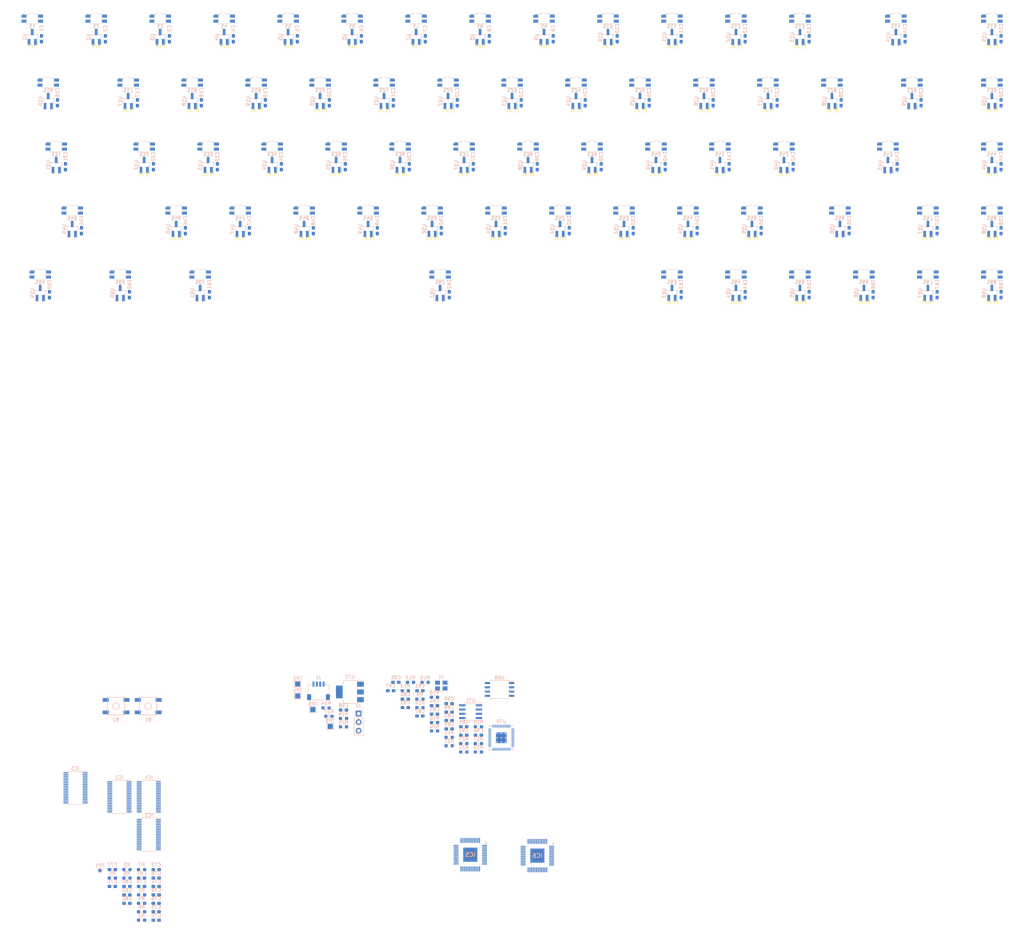
<source format=kicad_pcb>
(kicad_pcb (version 20211014) (generator pcbnew)
  (layers (0 "F.Cu" signal) (31 "B.Cu" signal) (34 "B.Paste" user) (35 "F.Paste" user) (36 "B.SilkS" user "B.Silkscreen") (37 "F.SilkS" user "F.Silkscreen") (38 "B.Mask" user) (39 "F.Mask" user) (44 "Edge.Cuts" user))
  (net 0 "")
  (net 1 "+3.3VA")
  (net 2 "GND")
  (net 3 "+1V1")
  (net 4 "/MCU/XIN")
  (net 5 "/MCU/XOUT")
  (net 6 "+5V")
  (net 17 "SW_6")
  (net 18 "SW_5")
  (net 19 "SW_4")
  (net 20 "SW_3")
  (net 21 "SW_2")
  (net 22 "SW_1")
  (net 23 "SW_16")
  (net 24 "SW_31")
  (net 27 "SW_17")
  (net 28 "SW_32")
  (net 29 "SW_18")
  (net 30 "SW_33")
  (net 31 "SW_19")
  (net 32 "SW_34")
  (net 33 "SW_20")
  (net 34 "SW_21")
  (net 37 "SPI0_CS")
  (net 38 "SPI0_SCLK")
  (net 39 "SPI0_MOSI")
  (net 40 "SPI0_MISO")
  (net 159 "Net-(J1-Pad2)")
  (net 160 "Net-(J1-Pad3)")
  (net 161 "UART_TX")
  (net 162 "UART_RX")
  (net 163 "LED_SCL")
  (net 164 "LED_SDA")
  (net 165 "SHUTDOWN_JP")
  (net 166 "Net-(IC5-Pad47)")
  (net 167 "Net-(IC6-Pad47)")
  (net 168 "Net-(IC5-Pad35)")
  (net 169 "Net-(IC6-Pad35)")
  (net 170 "SPI1_MISO")
  (net 171 "SPI1_CS")
  (net 172 "SPI1_SCLK")
  (net 173 "SPI1_MOSI")
  (net 174 "/MCU/QSPI_SS")
  (net 175 "/MCU/~{USB_BOOT}")
  (net 176 "/MCU/I2C0_SDA")
  (net 177 "/MCU/I2C0_SCL")
  (net 178 "/MCU/RESET")
  (net 179 "USB_D-")
  (net 180 "USB_D+")
  (net 181 "SWDIO")
  (net 182 "SWCLK")
  (net 183 "SW_7")
  (net 184 "SW_8")
  (net 185 "SW_9")
  (net 186 "SW_10")
  (net 187 "SW_11")
  (net 188 "SW_12")
  (net 189 "SW_13")
  (net 190 "SW_14")
  (net 191 "SW_15")
  (net 192 "SW_22")
  (net 193 "SW_23")
  (net 194 "SW_24")
  (net 195 "SW_25")
  (net 196 "SW_26")
  (net 197 "SW_27")
  (net 198 "SW_28")
  (net 199 "SW_29")
  (net 200 "SW_30")
  (net 201 "SW_35")
  (net 202 "SW_36")
  (net 203 "SW_37")
  (net 204 "SW_38")
  (net 205 "SW_39")
  (net 206 "SW_40")
  (net 207 "SW_41")
  (net 208 "SW_42")
  (net 209 "SW_43")
  (net 210 "SW_44")
  (net 211 "SW_45")
  (net 212 "SW_46")
  (net 213 "SW_47")
  (net 214 "SW_48")
  (net 215 "SW_49")
  (net 216 "SW_50")
  (net 217 "SW_51")
  (net 218 "SW_52")
  (net 219 "SW_53")
  (net 220 "SW_54")
  (net 221 "SW_55")
  (net 222 "SW_56")
  (net 223 "SW_57")
  (net 224 "SW_58")
  (net 225 "SW_59")
  (net 226 "SW_60")
  (net 227 "SW_61")
  (net 228 "SW_62")
  (net 229 "SW_63")
  (net 230 "SW_64")
  (net 231 "SW_65")
  (net 232 "SW_66")
  (net 233 "SW_67")
  (net 234 "SW_68")
  (net 235 "/MCU/QSPI_SD1")
  (net 236 "/MCU/QSPI_SD2")
  (net 237 "/MCU/QSPI_SD0")
  (net 238 "/MCU/QSPI_SCLK")
  (net 239 "/MCU/QSPI_SD3")
  (net 240 "/MCU/FRAM_WP")
  (net 241 "/MCU/ROTARY_SW")
  (net 242 "/MCU/ROTARY_A")
  (net 243 "/MCU/ROTARY_B")
  (net 255 "LED_Row_B0")
  (net 256 "LED_Row_G0")
  (net 257 "LED_Row_R0")
  (net 258 "LED1_Col0")
  (net 259 "LED1_Col1")
  (net 260 "LED1_Col2")
  (net 261 "LED1_Col3")
  (net 262 "LED1_Col4")
  (net 263 "LED1_Col5")
  (net 264 "LED1_Col6")
  (net 265 "LED1_Col7")
  (net 266 "LED1_Col8")
  (net 267 "LED1_Col9")
  (net 268 "LED1_Col10")
  (net 269 "LED1_Col11")
  (net 270 "LED1_Col12")
  (net 271 "LED1_Col13")
  (net 272 "LED_Row_B1")
  (net 273 "LED_Row_G1")
  (net 274 "LED_Row_R1")
  (net 275 "LED1_Col14")
  (net 276 "LED_Row_B2")
  (net 277 "LED_Row_G2")
  (net 278 "LED_Row_R2")
  (net 279 "LED2_Col0")
  (net 280 "LED2_Col1")
  (net 281 "LED2_Col2")
  (net 282 "LED2_Col3")
  (net 283 "LED2_Col4")
  (net 284 "LED2_Col5")
  (net 285 "LED2_Col6")
  (net 286 "LED2_Col7")
  (net 287 "LED2_Col8")
  (net 288 "LED2_Col9")
  (net 289 "LED2_Col10")
  (net 290 "LED2_Col11")
  (net 291 "LED2_Col12")
  (net 292 "LED2_Col14")
  (net 293 "LED_Row_B3")
  (net 294 "LED_Row_G3")
  (net 295 "LED_Row_R3")
  (net 296 "LED2_Col13")
  (net 297 "LED_Row_B4")
  (net 298 "LED_Row_G4")
  (net 299 "LED_Row_R4")
  (net 309 "Net-(IC5-Pad40)")
  (footprint "MX_Only:MX_Lekker-1.25U" (layer "F.Cu") (at 11.9062 85.725)
    (fp_text reference "SW59")
    (fp_text value "MX_Lekker")
  )
  (footprint "MX_Only:MX_Lekker" (layer "F.Cu") (at 47.625 9.525)
    (fp_text reference "SW3")
    (fp_text value "MX_Lekker" hide)
  )
  (footprint "MX_Only:MX_Lekker" (layer "F.Cu") (at 195.2625 47.625)
    (fp_text reference "SW40")
    (fp_text value "MX_Lekker" hide)
  )
  (footprint "MX_Only:MX_Lekker" (layer "F.Cu") (at 200.025 85.725)
    (fp_text reference "SW63")
    (fp_text value "MX_Lekker" hide)
  )
  (footprint "MX_Only:MX_Lekker" (layer "F.Cu") (at 123.825 9.525)
    (fp_text reference "SW7")
    (fp_text value "MX_Lekker" hide)
  )
  (footprint "MX_Only:MX_Lekker-2.25U" (layer "F.Cu") (at 21.4312 66.675)
    (fp_text reference "SW45")
    (fp_text value "MX_Lekker")
  )
  (footprint "MX_Only:MX_Lekker" (layer "F.Cu") (at 209.55 28.575)
    (fp_text reference "SW26")
    (fp_text value "MX_Lekker" hide)
  )
  (footprint "MX_Only:MX_Lekker" (layer "F.Cu") (at 200.025 9.525)
    (fp_text reference "SW11")
    (fp_text value "MX_Lekker" hide)
  )
  (footprint "MX_Only:MX_Lekker-6.25U-ReversedStabilizers" (layer "F.Cu") (at 130.9688 85.725)
    (fp_text reference "SW62")
    (fp_text value "MX_Lekker")
  )
  (footprint "MX_Only:MX_Lekker-1.75U" (layer "F.Cu") (at 16.6687 47.625)
    (fp_text reference "SW31")
    (fp_text value "MX_Lekker")
  )
  (footprint "MX_Only:MX_Lekker" (layer "F.Cu") (at 185.7375 66.675)
    (fp_text reference "SW53")
    (fp_text value "MX_Lekker" hide)
  )
  (footprint "MX_Only:MX_Lekker" (layer "F.Cu") (at 219.075 85.725)
    (fp_text reference "SW64")
    (fp_text value "MX_Lekker" hide)
  )
  (footprint "MX_Only:MX_Lekker" (layer "F.Cu") (at 214.3125 47.625)
    (fp_text reference "SW41")
    (fp_text value "MX_Lekker" hide)
  )
  (footprint "MX_Only:MX_Lekker" (layer "F.Cu") (at 90.4875 66.675)
    (fp_text reference "SW48")
    (fp_text value "MX_Lekker" hide)
  )
  (footprint "MX_Only:MX_Lekker" (layer "F.Cu") (at 95.25 28.575)
    (fp_text reference "SW20")
    (fp_text value "MX_Lekker" hide)
  )
  (footprint "MX_Only:MX_Lekker" (layer "F.Cu") (at 190.5 28.575)
    (fp_text reference "SW25")
    (fp_text value "MX_Lekker" hide)
  )
  (footprint "MX_Only:MX_Lekker" (layer "F.Cu") (at 219.075 9.525)
    (fp_text reference "SW12")
    (fp_text value "MX_Lekker" hide)
  )
  (footprint "MX_Only:MX_Lekker" (layer "F.Cu") (at 238.125 85.725)
    (fp_text reference "SW65")
    (fp_text value "MX_Lekker" hide)
  )
  (footprint "MX_Only:MX_Lekker" (layer "F.Cu") (at 104.775 9.525)
    (fp_text reference "SW6")
    (fp_text value "MX_Lekker" hide)
  )
  (footprint "MX_Only:MX_Lekker-1.5U" (layer "F.Cu") (at 271.4625 28.575)
    (fp_text reference "SW29")
    (fp_text value "MX_Lekker")
  )
  (footprint "MX_Only:MX_Lekker" (layer "F.Cu") (at 61.9125 47.625)
    (fp_text reference "SW33")
    (fp_text value "MX_Lekker" hide)
  )
  (footprint "MX_Only:MX_Lekker" (layer "F.Cu") (at 295.275 85.725)
    (fp_text reference "SW68")
    (fp_text value "MX_Lekker" hide)
  )
  (footprint "MX_Only:MX_Lekker" (layer "F.Cu") (at 76.2 28.575)
    (fp_text reference "SW19")
    (fp_text value "MX_Lekker" hide)
  )
  (footprint "MX_Only:MX_Lekker" (layer "F.Cu") (at 295.275 47.625)
    (fp_text reference "SW44")
    (fp_text value "MX_Lekker" hide)
  )
  (footprint "MX_Only:MX_Lekker" (layer "F.Cu") (at 57.15 28.575)
    (fp_text reference "SW18")
    (fp_text value "MX_Lekker" hide)
  )
  (footprint "MX_Only:MX_Lekker" (layer "F.Cu") (at 171.45 28.575)
    (fp_text reference "SW24")
    (fp_text value "MX_Lekker" hide)
  )
  (footprint "MX_Only:MX_Lekker" (layer "F.Cu") (at 233.3625 47.625)
    (fp_text reference "SW42")
    (fp_text value "MX_Lekker" hide)
  )
  (footprint "MX_Only:MX_Lekker" (layer "F.Cu") (at 276.225 85.725)
    (fp_text reference "SW67")
    (fp_text value "MX_Lekker" hide)
  )
  (footprint "MX_Only:MX_Lekker" (layer "F.Cu") (at 180.975 9.525)
    (fp_text reference "SW10")
    (fp_text value "MX_Lekker" hide)
  )
  (footprint "MX_Only:MX_Lekker" (layer "F.Cu") (at 176.2125 47.625)
    (fp_text reference "SW39")
    (fp_text value "MX_Lekker" hide)
  )
  (footprint "MX_Only:MX_Lekker" (layer "F.Cu") (at 247.65 28.575)
    (fp_text reference "SW28")
    (fp_text value "MX_Lekker" hide)
  )
  (footprint "MX_Only:MX_Lekker" (layer "F.Cu") (at 100.0125 47.625)
    (fp_text reference "SW35")
    (fp_text value "MX_Lekker" hide)
  )
  (footprint "MX_Only:MX_Lekker" (layer "F.Cu") (at 119.0625 47.625)
    (fp_text reference "SW36")
    (fp_text value "MX_Lekker" hide)
  )
  (footprint "MX_Only:MX_Lekker" (layer "F.Cu") (at 66.675 9.525)
    (fp_text reference "SW4")
    (fp_text value "MX_Lekker" hide)
  )
  (footprint "MX_Only:MX_Lekker" (layer "F.Cu") (at 257.175 85.725)
    (fp_text reference "SW66")
    (fp_text value "MX_Lekker" hide)
  )
  (footprint "MX_Only:MX_Lekker" (layer "F.Cu") (at 133.35 28.575)
    (fp_text reference "SW22")
    (fp_text value "MX_Lekker" hide)
  )
  (footprint "MX_Only:MX_Lekker" (layer "F.Cu") (at 52.3875 66.675)
    (fp_text reference "SW46")
    (fp_text value "MX_Lekker" hide)
  )
  (footprint "MX_Only:MX_Lekker" (layer "F.Cu") (at 223.8375 66.675)
    (fp_text reference "SW55")
    (fp_text value "MX_Lekker" hide)
  )
  (footprint "MX_Only:MX_Lekker-2U" (layer "F.Cu") (at 266.7 9.525)
    (fp_text reference "SW14")
    (fp_text value "MX_Lekker")
  )
  (footprint "MX_Only:MX_Lekker" (layer "F.Cu") (at 9.525 9.525)
    (fp_text reference "SW1")
    (fp_text value "MX_Lekker" hide)
  )
  (footprint "MX_Only:MX_Lekker" (layer "F.Cu") (at 161.925 9.525)
    (fp_text reference "SW9")
    (fp_text value "MX_Lekker" hide)
  )
  (footprint "MX_Only:MX_Lekker" (layer "F.Cu") (at 147.6375 66.675)
    (fp_text reference "SW51")
    (fp_text value "MX_Lekker" hide)
  )
  (footprint "MX_Only:MX_Lekker" (layer "F.Cu") (at 71.4375 66.675)
    (fp_text reference "SW47")
    (fp_text value "MX_Lekker" hide)
  )
  (footprint "MX_Only:MX_Lekker" (layer "F.Cu") (at 38.1 28.575)
    (fp_text reference "SW17")
    (fp_text value "MX_Lekker" hide)
  )
  (footprint "MX_Only:MX_Lekker" (layer "F.Cu") (at 114.3 28.575)
    (fp_text reference "SW21")
    (fp_text value "MX_Lekker" hide)
  )
  (footprint "MX_Only:MX_Lekker-1.25U" (layer "F.Cu") (at 35.7188 85.725)
    (fp_text reference "SW60")
    (fp_text value "MX_Lekker")
  )
  (footprint "MX_Only:MX_Lekker" (layer "F.Cu") (at 109.5375 66.675)
    (fp_text reference "SW49")
    (fp_text value "MX_Lekker" hide)
  )
  (footprint "MX_Only:MX_Lekker" (layer "F.Cu") (at 42.8625 47.625)
    (fp_text reference "SW32")
    (fp_text value "MX_Lekker" hide)
  )
  (footprint "MX_Only:MX_Lekker-2.25U" (layer "F.Cu") (at 264.3188 47.625)
    (fp_text reference "SW43")
    (fp_text value "MX_Lekker")
  )
  (footprint "MX_Only:MX_Lekker" (layer "F.Cu") (at 85.725 9.525)
    (fp_text reference "SW5")
    (fp_text value "MX_Lekker" hide)
  )
  (footprint "MX_Only:MX_Lekker" (layer "F.Cu") (at 80.9625 47.625)
    (fp_text reference "SW34")
    (fp_text value "MX_Lekker" hide)
  )
  (footprint "MX_Only:MX_Lekker" (layer "F.Cu") (at 295.275 66.675)
    (fp_text reference "SW58")
    (fp_text value "MX_Lekker" hide)
  )
  (footprint "MX_Only:MX_Lekker" (layer "F.Cu") (at 228.6 28.575)
    (fp_text reference "SW27")
    (fp_text value "MX_Lekker" hide)
  )
  (footprint "MX_Only:MX_Lekker" (layer "F.Cu") (at 128.5875 66.675)
    (fp_text reference "SW50")
    (fp_text value "MX_Lekker" hide)
  )
  (footprint "MX_Only:MX_Lekker" (layer "F.Cu") (at 204.7875 66.675)
    (fp_text reference "SW54")
    (fp_text value "MX_Lekker" hide)
  )
  (footprint "MX_Only:MX_Lekker" (layer "F.Cu") (at 276.225 66.675)
    (fp_text reference "SW57")
    (fp_text value "MX_Lekker" hide)
  )
  (footprint "MX_Only:MX_Lekker-1.75U" (layer "F.Cu") (at 250.0312 66.675)
    (fp_text reference "SW56")
    (fp_text value "MX_Lekker")
  )
  (footprint "MX_Only:MX_Lekker" (layer "F.Cu") (at 138.1125 47.625)
    (fp_text reference "SW37")
    (fp_text value "MX_Lekker" hide)
  )
  (footprint "MX_Only:MX_Lekker" (layer "F.Cu") (at 28.575 9.525)
    (fp_text reference "SW2")
    (fp_text value "MX_Lekker" hide)
  )
  (footprint "MX_Only:MX_Lekker" (layer "F.Cu") (at 152.4 28.575)
    (fp_text reference "SW23")
    (fp_text value "MX_Lekker" hide)
  )
  (footprint "MX_Only:MX_Lekker" (layer "F.Cu") (at 157.1625 47.625)
    (fp_text reference "SW38")
    (fp_text value "MX_Lekker" hide)
  )
  (footprint "MX_Only:MX_Lekker" (layer "F.Cu") (at 295.275 28.575)
    (fp_text reference "SW30")
    (fp_text value "MX_Lekker" hide)
  )
  (footprint "MX_Only:MX_Lekker" (layer "F.Cu") (at 238.125 9.525)
    (fp_text reference "SW13")
    (fp_text value "MX_Lekker" hide)
  )
  (footprint "MX_Only:MX_Lekker-1.5U" (layer "F.Cu") (at 14.2875 28.575)
    (fp_text reference "SW16")
    (fp_text value "MX_Lekker")
  )
  (footprint "MX_Only:MX_Lekker" (layer "F.Cu") (at 295.275 9.525)
    (fp_text reference "SW15")
    (fp_text value "MX_Lekker" hide)
  )
  (footprint "MX_Only:MX_Lekker-1.25U" (layer "F.Cu") (at 59.5312 85.725)
    (fp_text reference "SW61")
    (fp_text value "MX_Lekker")
  )
  (footprint "MX_Only:MX_Lekker" (layer "F.Cu") (at 142.875 9.525)
    (fp_text reference "SW8")
    (fp_text value "MX_Lekker" hide)
  )
  (footprint "MX_Only:MX_Lekker" (layer "F.Cu") (at 166.6875 66.675)
    (fp_text reference "SW52")
    (fp_text value "MX_Lekker" hide)
  )
  (footprint "Resistor_SMD:R_0603_1608Metric_Pad0.98x0.95mm_HandSolder" (layer "B.Cu") (at 97.02 209.26 180)
    (fp_text reference "R24")
    (fp_text value "27")
  )
  (footprint "random-keyboard-parts:QBLP677R-RGB-square_cutout" (layer "B.Cu") (at 214.3125 42.125)
    (fp_text reference "S41")
    (fp_text value "QBLP677R-RGB")
    (fp_line (start 1.7 1.5) (end -1.7 1.5) (layer "Edge.Cuts") (width 0.12))
    (fp_line (start 1.7 -1.5) (end 1.7 1.5) (layer "Edge.Cuts") (width 0.12))
    (fp_line (start -1.7 -1.5) (end 1.7 -1.5) (layer "Edge.Cuts") (width 0.12))
    (fp_line (start -1.7 1.5) (end -1.7 -1.5) (layer "Edge.Cuts") (width 0.12))
  )
  (footprint "random_parts:SOT-23_Handsoldering_no_plane" (layer "B.Cu") (at 104.775 9.525 90)
    (fp_text reference "U6")
    (fp_text value "AH49-E")
  )
  (footprint "random_parts:SOT-23_Handsoldering_no_plane" (layer "B.Cu") (at 90.4875 66.675 90)
    (fp_text reference "U48")
    (fp_text value "AH49-E")
  )
  (footprint "random-keyboard-parts:QBLP677R-RGB-square_cutout" (layer "B.Cu") (at 276.225 80.225)
    (fp_text reference "S67")
    (fp_text value "QBLP677R-RGB")
    (fp_line (start 1.7 -1.5) (end 1.7 1.5) (layer "Edge.Cuts") (width 0.12))
    (fp_line (start -1.7 1.5) (end -1.7 -1.5) (layer "Edge.Cuts") (width 0.12))
    (fp_line (start -1.7 -1.5) (end 1.7 -1.5) (layer "Edge.Cuts") (width 0.12))
    (fp_line (start 1.7 1.5) (end -1.7 1.5) (layer "Edge.Cuts") (width 0.12))
  )
  (footprint "random_parts:SOT-23_Handsoldering_no_plane" (layer "B.Cu") (at 109.5375 66.675 90)
    (fp_text reference "U49")
    (fp_text value "AH49-E")
  )
  (footprint "Capacitor_SMD:C_0603_1608Metric_Pad1.08x0.95mm_HandSolder" (layer "B.Cu") (at 88.475 10.025 90)
    (fp_text reference "C5")
    (fp_text value "0.1u")
  )
  (footprint "random_parts:SOT-23_Handsoldering_no_plane" (layer "B.Cu") (at 295.275 85.725 90)
    (fp_text reference "U68")
    (fp_text value "AH49-E")
  )
  (footprint "random_parts:SOT-23_Handsoldering_no_plane" (layer "B.Cu") (at 16.6687 47.625 90)
    (fp_text reference "U31")
    (fp_text value "AH49-E")
  )
  (footprint "Capacitor_SMD:C_0603_1608Metric_Pad1.08x0.95mm_HandSolder" (layer "B.Cu") (at 155.15 29.075 90)
    (fp_text reference "C23")
    (fp_text value "0.1u")
  )
  (footprint "random_parts:SOT-23_Handsoldering_no_plane" (layer "B.Cu") (at 114.3 28.575 90)
    (fp_text reference "U21")
    (fp_text value "AH49-E")
  )
  (footprint "Capacitor_SMD:C_0603_1608Metric_Pad1.08x0.95mm_HandSolder" (layer "B.Cu") (at 178.9625 48.125 90)
    (fp_text reference "C39")
    (fp_text value "0.1u")
  )
  (footprint "random-keyboard-parts:QBLP677R-RGB-square_cutout" (layer "B.Cu") (at 200.025 80.225)
    (fp_text reference "S63")
    (fp_text value "QBLP677R-RGB")
    (fp_line (start 1.7 1.5) (end -1.7 1.5) (layer "Edge.Cuts") (width 0.12))
    (fp_line (start -1.7 1.5) (end -1.7 -1.5) (layer "Edge.Cuts") (width 0.12))
    (fp_line (start -1.7 -1.5) (end 1.7 -1.5) (layer "Edge.Cuts") (width 0.12))
    (fp_line (start 1.7 -1.5) (end 1.7 1.5) (layer "Edge.Cuts") (width 0.12))
  )
  (footprint "Capacitor_SMD:C_0603_1608Metric_Pad1.08x0.95mm_HandSolder" (layer "B.Cu") (at 46.4325 262.44 180)
    (fp_text reference "C74")
    (fp_text value "0.1u")
  )
  (footprint "Capacitor_SMD:C_0603_1608Metric_Pad1.08x0.95mm_HandSolder" (layer "B.Cu") (at 17.0375 29.075 90)
    (fp_text reference "C16")
    (fp_text value "0.1u")
  )
  (footprint "Capacitor_SMD:C_0603_1608Metric_Pad1.08x0.95mm_HandSolder" (layer "B.Cu") (at 112.2875 67.175 90)
    (fp_text reference "C49")
    (fp_text value "0.1u")
  )
  (footprint "SamacSys_Parts:QFP50P900X900X120-49N" (layer "B.Cu") (at 139.97 252.99 180)
    (fp_text reference "IC5")
    (fp_text value "IS31FL3733B-TQLS4" hide)
  )
  (footprint "random_parts:SOT-23_Handsoldering_no_plane" (layer "B.Cu") (at 28.575 9.525 90)
    (fp_text reference "U2")
    (fp_text value "AH49-E")
  )
  (footprint "random-keyboard-parts:QBLP677R-RGB-square_cutout" (layer "B.Cu") (at 190.5 23.075)
    (fp_text reference "S25")
    (fp_text value "QBLP677R-RGB")
    (fp_line (start -1.7 -1.5) (end 1.7 -1.5) (layer "Edge.Cuts") (width 0.12))
    (fp_line (start 1.7 1.5) (end -1.7 1.5) (layer "Edge.Cuts") (width 0.12))
    (fp_line (start -1.7 1.5) (end -1.7 -1.5) (layer "Edge.Cuts") (width 0.12))
    (fp_line (start 1.7 -1.5) (end 1.7 1.5) (layer "Edge.Cuts") (width 0.12))
  )
  (footprint "Capacitor_SMD:C_0603_1608Metric_Pad1.08x0.95mm_HandSolder" (layer "B.Cu") (at 298.025 29.075 90)
    (fp_text reference "C30")
    (fp_text value "0.1u")
  )
  (footprint "random_parts:SOT-23_Handsoldering_no_plane" (layer "B.Cu") (at 95.25 28.575 90)
    (fp_text reference "U20")
    (fp_text value "AH49-E")
  )
  (footprint "Capacitor_SMD:C_0603_1608Metric_Pad1.08x0.95mm_HandSolder" (layer "B.Cu") (at 142.38 217.38 180)
    (fp_text reference "C96")
    (fp_text value "27p")
  )
  (footprint "random_parts:SOT-23_Handsoldering_no_plane" (layer "B.Cu") (at 80.9625 47.625 90)
    (fp_text reference "U34")
    (fp_text value "AH49-E")
  )
  (footprint "Resistor_SMD:R_0603_1608Metric_Pad0.98x0.95mm_HandSolder" (layer "B.Cu") (at 122.17 201.65 180)
    (fp_text reference "R12")
    (fp_text value "DNI")
  )
  (footprint "random_parts:SOT-23_Handsoldering_no_plane" (layer "B.Cu") (at 142.875 9.525 90)
    (fp_text reference "U8")
    (fp_text value "AH49-E")
  )
  (footprint "Capacitor_SMD:C_0603_1608Metric_Pad1.08x0.95mm_HandSolder" (layer "B.Cu") (at 131.3375 67.175 90)
    (fp_text reference "C50")
    (fp_text value "0.1u")
  )
  (footprint "Capacitor_SMD:C_0603_1608Metric_Pad1.08x0.95mm_HandSolder" (layer "B.Cu") (at 64.6625 48.125 90)
    (fp_text reference "C33")
    (fp_text value "0.1u")
  )
  (footprint "random-keyboard-parts:QBLP677R-RGB-square_cutout" (layer "B.Cu") (at 59.5312 80.225)
    (fp_text reference "S61")
    (fp_text value "QBLP677R-RGB")
    (fp_line (start 1.7 1.5) (end -1.7 1.5) (layer "Edge.Cuts") (width 0.12))
    (fp_line (start -1.7 1.5) (end -1.7 -1.5) (layer "Edge.Cuts") (width 0.12))
    (fp_line (start -1.7 -1.5) (end 1.7 -1.5) (layer "Edge.Cuts") (width 0.12))
    (fp_line (start 1.7 -1.5) (end 1.7 1.5) (layer "Edge.Cuts") (width 0.12))
  )
  (footprint "random-keyboard-parts:QBLP677R-RGB-square_cutout" (layer "B.Cu") (at 209.55 23.075)
    (fp_text reference "S26")
    (fp_text value "QBLP677R-RGB")
    (fp_line (start 1.7 1.5) (end -1.7 1.5) (layer "Edge.Cuts") (width 0.12))
    (fp_line (start 1.7 -1.5) (end 1.7 1.5) (layer "Edge.Cuts") (width 0.12))
    (fp_line (start -1.7 -1.5) (end 1.7 -1.5) (layer "Edge.Cuts") (width 0.12))
    (fp_line (start -1.7 1.5) (end -1.7 -1.5) (layer "Edge.Cuts") (width 0.12))
  )
  (footprint "Capacitor_SMD:C_0603_1608Metric_Pad1.08x0.95mm_HandSolder" (layer "B.Cu") (at 19.4187 48.125 90)
    (fp_text reference "C31")
    (fp_text value "0.1u")
  )
  (footprint "random_parts:SOT-23_Handsoldering_no_plane" (layer "B.Cu") (at 133.35 28.575 90)
    (fp_text reference "U22")
    (fp_text value "AH49-E")
  )
  (footprint "random-keyboard-parts:QBLP677R-RGB-square_cutout" (layer "B.Cu") (at 66.675 4.025)
    (fp_text reference "S4")
    (fp_text value "QBLP677R-RGB")
    (fp_line (start -1.7 1.5) (end -1.7 -1.5) (layer "Edge.Cuts") (width 0.12))
    (fp_line (start 1.7 1.5) (end -1.7 1.5) (layer "Edge.Cuts") (width 0.12))
    (fp_line (start 1.7 -1.5) (end 1.7 1.5) (layer "Edge.Cuts") (width 0.12))
    (fp_line (start -1.7 -1.5) (end 1.7 -1.5) (layer "Edge.Cuts") (width 0.12))
  )
  (footprint "Capacitor_SMD:C_0603_1608Metric_Pad1.08x0.95mm_HandSolder" (layer "B.Cu") (at 45.6125 48.125 90)
    (fp_text reference "C32")
    (fp_text value "0.1u")
  )
  (footprint "Resistor_SMD:R_0603_1608Metric_Pad0.98x0.95mm_HandSolder" (layer "B.Cu") (at 102.22 212.41 180)
    (fp_text reference "R26")
    (fp_text value "DNI")
  )
  (footprint "random_parts:SOT-23_Handsoldering_no_plane" (layer "B.Cu") (at 209.55 28.575 90)
    (fp_text reference "U26")
    (fp_text value "AH49-E")
  )
  (footprint "Package_SO:TSSOP-38_4.4x9.7mm_P0.5mm" (layer "B.Cu") (at 44.2325 235.75 180)
    (fp_text reference "IC4")
    (fp_text value "ADS7953SBDBTR")
  )
  (footprint "random-keyboard-parts:QBLP677R-RGB-square_cutout" (layer "B.Cu") (at 76.2 23.075)
    (fp_text reference "S19")
    (fp_text value "QBLP677R-RGB")
    (fp_line (start 1.7 1.5) (end -1.7 1.5) (layer "Edge.Cuts") (width 0.12))
    (fp_line (start 1.7 -1.5) (end 1.7 1.5) (layer "Edge.Cuts") (width 0.12))
    (fp_line (start -1.7 1.5) (end -1.7 -1.5) (layer "Edge.Cuts") (width 0.12))
    (fp_line (start -1.7 -1.5) (end 1.7 -1.5) (layer "Edge.Cuts") (width 0.12))
  )
  (footprint "random_parts:SOT-23_Handsoldering_no_plane" (layer "B.Cu") (at 76.2 28.575 90)
    (fp_text reference "U19")
    (fp_text value "AH49-E")
  )
  (footprint "random_parts:SOT-23_Handsoldering_no_plane" (layer "B.Cu") (at 138.1125 47.625 90)
    (fp_text reference "U37")
    (fp_text value "AH49-E")
  )
  (footprint "Capacitor_SMD:C_0603_1608Metric_Pad1.08x0.95mm_HandSolder" (layer "B.Cu") (at 133.67 213.02 180)
    (fp_text reference "C83")
    (fp_text value "0.1u")
  )
  (footprint "random_parts:SOT-23_Handsoldering_no_plane" (layer "B.Cu") (at 57.15 28.575 90)
    (fp_text reference "U18")
    (fp_text value "AH49-E")
  )
  (footprint "random_parts:SOT-23_Handsoldering_no_plane" (layer "B.Cu") (at 271.4625 28.575 90)
    (fp_text reference "U29")
    (fp_text value "AH49-E")
  )
  (footprint "Capacitor_SMD:C_0603_1608Metric_Pad1.08x0.95mm_HandSolder" (layer "B.Cu") (at 159.9125 48.125 90)
    (fp_text reference "C38")
    (fp_text value "0.1u")
  )
  (footprint "random-keyboard-parts:QBLP677R-RGB-square_cutout" (layer "B.Cu") (at 95.25 23.075)
    (fp_text reference "S20")
    (fp_text value "QBLP677R-RGB")
    (fp_line (start 1.7 1.5) (end -1.7 1.5) (layer "Edge.Cuts") (width 0.12))
    (fp_line (start -1.7 -1.5) (end 1.7 -1.5) (layer "Edge.Cuts") (width 0.12))
    (fp_line (start 1.7 -1.5) (end 1.7 1.5) (layer "Edge.Cuts") (width 0.12))
    (fp_line (start -1.7 1.5) (end -1.7 -1.5) (layer "Edge.Cuts") (width 0.12))
  )
  (footprint "random-keyboard-parts:QBLP677R-RGB-square_cutout" (layer "B.Cu") (at 61.9125 42.125)
    (fp_text reference "S33")
    (fp_text value "QBLP677R-RGB")
    (fp_line (start 1.7 1.5) (end -1.7 1.5) (layer "Edge.Cuts") (width 0.12))
    (fp_line (start -1.7 1.5) (end -1.7 -1.5) (layer "Edge.Cuts") (width 0.12))
    (fp_line (start -1.7 -1.5) (end 1.7 -1.5) (layer "Edge.Cuts") (width 0.12))
    (fp_line (start 1.7 -1.5) (end 1.7 1.5) (layer "Edge.Cuts") (width 0.12))
  )
  (footprint "random_parts:SOT-23_Handsoldering_no_plane" (layer "B.Cu") (at 85.725 9.525 90)
    (fp_text reference "U5")
    (fp_text value "AH49-E")
  )
  (footprint "random-keyboard-parts:QBLP677R-RGB-square_cutout" (layer "B.Cu") (at 295.275 80.225)
    (fp_text reference "S68")
    (fp_text value "QBLP677R-RGB")
    (fp_line (start -1.7 -1.5) (end 1.7 -1.5) (layer "Edge.Cuts") (width 0.12))
    (fp_line (start -1.7 1.5) (end -1.7 -1.5) (layer "Edge.Cuts") (width 0.12))
    (fp_line (start 1.7 -1.5) (end 1.7 1.5) (layer "Edge.Cuts") (width 0.12))
    (fp_line (start 1.7 1.5) (end -1.7 1.5) (layer "Edge.Cuts") (width 0.12))
  )
  (footprint "Resistor_SMD:R_0603_1608Metric_Pad0.98x0.95mm_HandSolder" (layer "B.Cu") (at 42.0825 269.97 180)
    (fp_text reference "R6")
    (fp_text value "100k")
  )
  (footprint "random_parts:SOT-23_Handsoldering_no_plane" (layer "B.Cu") (at 35.7188 85.725 90)
    (fp_text reference "U60")
    (fp_text value "AH49-E")
  )
  (footprint "Capacitor_SMD:C_0603_1608Metric_Pad1.08x0.95mm_HandSolder" (layer "B.Cu") (at 169.4375 67.175 90)
    (fp_text reference "C52")
    (fp_text value "0.1u")
  )
  (footprint "Capacitor_SMD:C_0603_1608Metric_Pad1.08x0.95mm_HandSolder" (layer "B.Cu") (at 207.5375 67.175 90)
    (fp_text reference "C54")
    (fp_text value "0.1u")
  )
  (footprint "random-keyboard-parts:QBLP677R-RGB-square_cutout" (layer "B.Cu") (at 233.3625 42.125)
    (fp_text reference "S42")
    (fp_text value "QBLP677R-RGB")
    (fp_line (start -1.7 1.5) (end -1.7 -1.5) (layer "Edge.Cuts") (width 0.12))
    (fp_line (start 1.7 -1.5) (end 1.7 1.5) (layer "Edge.Cuts") (width 0.12))
    (fp_line (start 1.7 1.5) (end -1.7 1.5) (layer "Edge.Cuts") (width 0.12))
    (fp_line (start -1.7 -1.5) (end 1.7 -1.5) (layer "Edge.Cuts") (width 0.12))
  )
  (footprint "random-keyboard-parts:QBLP677R-RGB-square_cutout" (layer "B.Cu") (at 195.2625 42.125)
    (fp_text reference "S40")
    (fp_text value "QBLP677R-RGB")
    (fp_line (start 1.7 -1.5) (end 1.7 1.5) (layer "Edge.Cuts") (width 0.12))
    (fp_line (start 1.7 1.5) (end -1.7 1.5) (layer "Edge.Cuts") (width 0.12))
    (fp_line (start -1.7 -1.5) (end 1.7 -1.5) (layer "Edge.Cuts") (width 0.12))
    (fp_line (start -1.7 1.5) (end -1.7 -1.5) (layer "Edge.Cuts") (width 0.12))
  )
  (footprint "Package_SO:SOIC-8_5.23x5.23mm_P1.27mm" (layer "B.Cu") (at 148.67 203.78 180)
    (fp_text reference "U69")
    (fp_text value "W25Q32JVSS")
  )
  (footprint "random_parts:SOT-23_Handsoldering_no_plane" (layer "B.Cu") (at 190.5 28.575 90)
    (fp_text reference "U25")
    (fp_text value "AH49-E")
  )
  (footprint "Package_SO:TSSOP-38_4.4x9.7mm_P0.5mm" (layer "B.Cu") (at 35.4825 235.75 180)
    (fp_text reference "IC2")
    (fp_text value "ADS7953SBDBTR")
  )
  (footprint "Capacitor_SMD:C_0603_1608Metric_Pad1.08x0.95mm_HandSolder" (layer "B.Cu") (at 124.97 204.16 180)
    (fp_text reference "C91")
    (fp_text value "0.1u")
  )
  (footprint "random_parts:SOT-23_Handsoldering_no_plane" (layer "B.Cu") (at 247.65 28.575 90)
    (fp_text reference "U28")
    (fp_text value "AH49-E")
  )
  (footprint "random_parts:SOT-23_Handsoldering_no_plane" (layer "B.Cu") (at 214.3125 47.625 90)
    (fp_text reference "U41")
    (fp_text value "AH49-E")
  )
  (footprint "Capacitor_SMD:C_0603_1608Metric_Pad1.08x0.95mm_HandSolder" (layer "B.Cu") (at 226.5875 67.175 90)
    (fp_text reference "C55")
    (fp_text value "0.1u")
  )
  (footprint "random_parts:SOT-23_Handsoldering_no_plane" (layer "B.Cu") (at 61.9125 47.625 90)
    (fp_text reference "U33")
    (fp_text value "AH49-E")
  )
  (footprint "random_parts:SOT-23_Handsoldering_no_plane" (layer "B.Cu") (at 233.3625 47.625 90)
    (fp_text reference "U42")
    (fp_text value "AH49-E")
  )
  (footprint "random_parts:SOT-23_Handsoldering_no_plane" (layer "B.Cu") (at 147.6375 66.675 90)
    (fp_text reference "U51")
    (fp_text value "AH49-E")
  )
  (footprint "RP2040_minimal:RP2040-QFN-56" (layer "B.Cu") (at 149.2 218.16 180)
    (fp_text reference "U70")
    (fp_text value "RP2040")
  )
  (footprint "Capacitor_SMD:C_0603_1608Metric_Pad1.08x0.95mm_HandSolder" (layer "B.Cu") (at 240.875 86.225 90)
    (fp_text reference "C65")
    (fp_text value "0.1u")
  )
  (footprint "Capacitor_SMD:C_0603_1608Metric_Pad1.08x0.95mm_HandSolder" (layer "B.Cu") (at 124.97 211.69 180)
    (fp_text reference "C87")
    (fp_text value "0.1u")
  )
  (footprint "Capacitor_SMD:C_0603_1608Metric_Pad1.08x0.95mm_HandSolder" (layer "B.Cu") (at 98 29.075 90)
    (fp_text reference "C20")
    (fp_text value "0.1u")
  )
  (footprint "random-keyboard-parts:QBLP677R-RGB-square_cutout" (layer "B.Cu") (at 157.1625 42.125)
    (fp_text reference "S38")
    (fp_text value "QBLP677R-RGB")
    (fp_line (start -1.7 -1.5) (end 1.7 -1.5) (layer "Edge.Cuts") (width 0.12))
    (fp_line (start -1.7 1.5) (end -1.7 -1.5) (layer "Edge.Cuts") (width 0.12))
    (fp_line (start 1.7 -1.5) (end 1.7 1.5) (layer "Edge.Cuts") (width 0.12))
    (fp_line (start 1.7 1.5) (end -1.7 1.5) (layer "Edge.Cuts") (width 0.12))
  )
  (footprint "Capacitor_SMD:C_0603_1608Metric_Pad1.08x0.95mm_HandSolder" (layer "B.Cu") (at 250.4 29.075 90)
    (fp_text reference "C28")
    (fp_text value "0.1u")
  )
  (footprint "random-keyboard-parts:QBLP677R-RGB-square_cutout" (layer "B.Cu") (at 204.7875 61.175)
    (fp_text reference "S54")
    (fp_text value "QBLP677R-RGB")
    (fp_line (start -1.7 -1.5) (end 1.7 -1.5) (layer "Edge.Cuts") (width 0.12))
    (fp_line (start 1.7 -1.5) (end 1.7 1.5) (layer "Edge.Cuts") (width 0.12))
    (fp_line (start -1.7 1.5) (end -1.7 -1.5) (layer "Edge.Cuts") (width 0.12))
    (fp_line (start 1.7 1.5) (end -1.7 1.5) (layer "Edge.Cuts") (width 0.12))
  )
  (footprint "random_parts:SOT-23_Handsoldering_no_plane" (layer "B.Cu") (at 219.075 9.525 90)
    (fp_text reference "U12")
    (fp_text value "AH49-E")
  )
  (footprint "random_parts:SOT-23_Handsoldering_no_plane" (layer "B.Cu") (at 130.9688 85.725 90)
    (fp_text reference "U62")
    (fp_text value "AH49-E")
  )
  (footprint "random_parts:SOT-23_Handsoldering_no_plane" (layer "B.Cu") (at 47.625 9.525 90)
    (fp_text reference "U3")
    (fp_text value "AH49-E")
  )
  (footprint "Capacitor_SMD:C_0603_1608Metric_Pad1.08x0.95mm_HandSolder" (layer "B.Cu") (at 59.9 29.075 90)
    (fp_text reference "C18")
    (fp_text value "0.1u")
  )
  (footprint "Capacitor_SMD:C_0603_1608Metric_Pad1.08x0.95mm_HandSolder" (layer "B.Cu") (at 259.925 86.225 90)
    (fp_text reference "C66")
    (fp_text value "0.1u")
  )
  (footprint "random-keyboard-parts:QBLP677R-RGB-square_cutout" (layer "B.Cu") (at 295.275 23.075)
    (fp_text reference "S30")
    (fp_text value "QBLP677R-RGB")
    (fp_line (start -1.7 1.5) (end -1.7 -1.5) (layer "Edge.Cuts") (width 0.12))
    (fp_line (start -1.7 -1.5) (end 1.7 -1.5) (layer "Edge.Cuts") (width 0.12))
    (fp_line (start 1.7 1.5) (end -1.7 1.5) (layer "Edge.Cuts") (width 0.12))
    (fp_line (start 1.7 -1.5) (end 1.7 1.5) (layer "Edge.Cuts") (width 0.12))
  )
  (footprint "random_parts:SOT-23_Handsoldering_no_plane" (layer "B.Cu") (at 200.025 9.525 90)
    (fp_text reference "U11")
    (fp_text value "AH49-E")
  )
  (footprint "random-keyboard-parts:QBLP677R-RGB-square_cutout" (layer "B.Cu") (at 295.275 61.175)
    (fp_text reference "S58")
    (fp_text value "QBLP677R-RGB")
    (fp_line (start 1.7 1.5) (end -1.7 1.5) (layer "Edge.Cuts") (width 0.12))
    (fp_line (start 1.7 -1.5) (end 1.7 1.5) (layer "Edge.Cuts") (width 0.12))
    (fp_line (start -1.7 1.5) (end -1.7 -1.5) (layer "Edge.Cuts") (width 0.12))
    (fp_line (start -1.7 -1.5) (end 1.7 -1.5) (layer "Edge.Cuts") (width 0.12))
  )
  (footprint "random-keyboard-parts:QBLP677R-RGB-square_cutout" (layer "B.Cu") (at 223.8375 61.175)
    (fp_text reference "S55")
    (fp_text value "QBLP677R-RGB")
    (fp_line (start -1.7 -1.5) (end 1.7 -1.5) (layer "Edge.Cuts") (width 0.12))
    (fp_line (start 1.7 -1.5) (end 1.7 1.5) (layer "Edge.Cuts") (width 0.12))
    (fp_line (start -1.7 1.5) (end -1.7 -1.5) (layer "Edge.Cuts") (width 0.12))
    (fp_line (start 1.7 1.5) (end -1.7 1.5) (layer "Edge.Cuts") (width 0.12))
  )
  (footprint "random-keyboard-parts:QBLP677R-RGB-square_cutout" (layer "B.Cu") (at 128.5875 61.175)
    (fp_text reference "S50")
    (fp_text value "QBLP677R-RGB")
    (fp_line (start -1.7 1.5) (end -1.7 -1.5) (layer "Edge.Cuts") (width 0.12))
    (fp_line (start 1.7 1.5) (end -1.7 1.5) (layer "Edge.Cuts") (width 0.12))
    (fp_line (start 1.7 -1.5) (end 1.7 1.5) (layer "Edge.Cuts") (width 0.12))
    (fp_line (start -1.7 -1.5) (end 1.7 -1.5) (layer "Edge.Cuts") (width 0.12))
  )
  (footprint "Resistor_SMD:R_0603_1608Metric_Pad0.98x0.95mm_HandSolder" (layer "B.Cu") (at 138.03 219.89 180)
    (fp_text reference "R23")
    (fp_text value "10k")
  )
  (footprint "Resistor_SMD:R_0603_1608Metric_Pad0.98x0.95mm_HandSolder" (layer "B.Cu") (at 37.7325 259.93 180)
    (fp_text reference "R8")
    (fp_text value "20k")
  )
  (footprint "Capacitor_SMD:C_0603_1608Metric_Pad1.08x0.95mm_HandSolder" (layer "B.Cu") (at 174.2 29.075 90)
    (fp_text reference "C24")
    (fp_text value "0.1u")
  )
  (footprint "Capacitor_SMD:C_0603_1608Metric_Pad1.08x0.95mm_HandSolder" (layer "B.Cu") (at 133.7188 86.225 90)
    (fp_text reference "C62")
    (fp_text value "0.1u")
  )
  (footprint "random-keyboard-parts:QBLP677R-RGB-square_cutout" (layer "B.Cu") (at 119.0625 42.125)
    (fp_text reference "S36")
    (fp_text value "QBLP677R-RGB")
    (fp_line (start 1.7 -1.5) (end 1.7 1.5) (layer "Edge.Cuts") (width 0.12))
    (fp_line (start -1.7 1.5) (end -1.7 -1.5) (layer "Edge.Cuts") (width 0.12))
    (fp_line (start 1.7 1.5) (end -1.7 1.5) (layer "Edge.Cuts") (width 0.12))
    (fp_line (start -1.7 -1.5) (end 1.7 -1.5) (layer "Edge.Cuts") (width 0.12))
  )
  (footprint "random_parts:SOT-23_Handsoldering_no_plane" (layer "B.Cu") (at 223.8375 66.675 90)
    (fp_text reference "U55")
    (fp_text value "AH49-E")
  )
  (footprint "random_parts:SOT-23_Handsoldering_no_plane" (layer "B.Cu") (at 38.1 28.575 90)
    (fp_text reference "U17")
    (fp_text value "AH49-E")
  )
  (footprint "Capacitor_SMD:C_0603_1608Metric_Pad1.08x0.95mm_HandSolder" (layer "B.Cu") (at 145.625 10.025 90)
    (fp_text reference "C8")
    (fp_text value "0.1u")
  )
  (footprint "random-keyboard-parts:QBLP677R-RGB-square_cutout" (layer "B.Cu") (at 104.775 4.025)
    (fp_text reference "S6")
    (fp_text value "QBLP677R-RGB")
    (fp_line (start 1.7 -1.5) (end 1.7 1.5) (layer "Edge.Cuts") (width 0.12))
    (fp_line (start -1.7 1.5) (end -1.7 -1.5) (layer "Edge.Cuts") (width 0.12))
    (fp_line (start -1.7 -1.5) (end 1.7 -1.5) (layer "Edge.Cuts") (width 0.12))
    (fp_line (start 1.7 1.5) (end -1.7 1.5) (layer "Edge.Cuts") (width 0.12))
  )
  (footprint "Capacitor_SMD:C_0603_1608Metric_Pad1.08x0.95mm_HandSolder" (layer "B.Cu") (at 217.0625 48.125 90)
    (fp_text reference "C41")
    (fp_text value "0.1u")
  )
  (footprint "Capacitor_SMD:C_0603_1608Metric_Pad1.08x0.95mm_HandSolder" (layer "B.Cu") (at 138.03 217.38 180)
    (fp_text reference "C92")
    (fp_text value "1u")
  )
  (footprint "Capacitor_SMD:C_0603_1608Metric_Pad1.08x0.95mm_HandSolder" (layer "B.Cu") (at 46.4325 264.95 180)
    (fp_text reference "C79")
    (fp_text value "0.47u")
  )
  (footprint "Capacitor_SMD:C_0603_1608Metric_Pad1.08x0.95mm_HandSolder" (layer "B.Cu") (at 133.68 215.53 180)
    (fp_text reference "C89")
    (fp_text value "0.1u")
  )
  (footprint "random_parts:SOT-23_Handsoldering_no_plane" (layer "B.Cu") (at 157.1625 47.625 90)
    (fp_text reference "U38")
    (fp_text value "AH49-E")
  )
  (footprint "Capacitor_SMD:C_0603_1608Metric_Pad1.08x0.95mm_HandSolder" (layer "B.Cu") (at 55.1375 67.175 90)
    (fp_text reference "C46")
    (fp_text value "0.1u")
  )
  (footprint "Capacitor_SMD:C_0603_1608Metric_Pad1.08x0.95mm_HandSolder" (layer "B.Cu") (at 46.4325 267.46 180)
    (fp_text reference "C76")
    (fp_text value "0.1u")
  )
  (footprint "Capacitor_SMD:C_0603_1608Metric_Pad1.08x0.95mm_HandSolder" (layer "B.Cu") (at 46.4325 259.93 180)
    (fp_text reference "C78")
    (fp_text value "0.1u")
  )
  (footprint "random_parts:SOT-23_Handsoldering_no_plane" (layer "B.Cu") (at 180.975 9.525 90)
    (fp_text reference "U10")
    (fp_text value "AH49-E")
  )
  (footprint "random_parts:SOT-23_Handsoldering_no_plane" (layer "B.Cu") (at 21.4312 66.675 90)
    (fp_text reference "U45")
    (fp_text value "AH49-E")
  )
  (footprint "Capacitor_SMD:C_0603_1608Metric_Pad1.08x0.95mm_HandSolder" (layer "B.Cu") (at 46.4325 269.97 180)
    (fp_text reference "C75")
    (fp_text value "0.47u")
  )
  (footprint "random_parts:SOT-23_Handsoldering_no_plane" (layer "B.Cu") (at 14.2875 28.575 90)
    (fp_text reference "U16")
    (fp_text value "AH49-E")
  )
  (footprint "random-keyboard-parts:QBLP677R-RGB-square_cutout" (layer "B.Cu") (at 47.625 4.025)
    (fp_text reference "S3")
    (fp_text value "QBLP677R-RGB")
    (fp_line (start 1.7 1.5) (end -1.7 1.5) (layer "Edge.Cuts") (width 0.12))
    (fp_line (start -1.7 1.5) (end -1.7 -1.5) (layer "Edge.Cuts") (width 0.12))
    (fp_line (start 1.7 -1.5) (end 1.7 1.5) (layer "Edge.Cuts") (width 0.12))
    (fp_line (start -1.7 -1.5) (end 1.7 -1.5) (layer "Edge.Cuts") (width 0.12))
  )
  (footprint "Resistor_SMD:R_0603_1608Metric_Pad0.98x0.95mm_HandSolder" (layer "B.Cu") (at 126.52 201.65 180)
    (fp_text reference "R15")
    (fp_text value "DNI")
  )
  (footprint "random-keyboard-parts:QBLP677R-RGB-square_cutout" (layer "B.Cu") (at 176.2125 42.125)
    (fp_text reference "S39")
    (fp_text value "QBLP677R-RGB")
    (fp_line (start -1.7 1.5) (end -1.7 -1.5) (layer "Edge.Cuts") (width 0.12))
    (fp_line (start -1.7 -1.5) (end 1.7 -1.5) (layer "Edge.Cuts") (width 0.12))
    (fp_line (start 1.7 1.5) (end -1.7 1.5) (layer "Edge.Cuts") (width 0.12))
    (fp_line (start 1.7 -1.5) (end 1.7 1.5) (layer "Edge.Cuts") (width 0.12))
  )
  (footprint "Capacitor_SMD:C_0603_1608Metric_Pad1.08x0.95mm_HandSolder" (layer "B.Cu") (at 117.82 201.65 180)
    (fp_text reference "C95")
    (fp_text value "27p")
  )
  (footprint "random-keyboard-parts:QBLP677R-RGB-square_cutout" (layer "B.Cu") (at 219.075 80.225)
    (fp_text reference "S64")
    (fp_text value "QBLP677R-RGB")
    (fp_line (start -1.7 1.5) (end -1.7 -1.5) (layer "Edge.Cuts") (width 0.12))
    (fp_line (start 1.7 -1.5) (end 1.7 1.5) (layer "Edge.Cuts") (width 0.12))
    (fp_line (start 1.7 1.5) (end -1.7 1.5) (layer "Edge.Cuts") (width 0.12))
    (fp_line (start -1.7 -1.5) (end 1.7 -1.5) (layer "Edge.Cuts") (width 0.12))
  )
  (footprint "random-keyboard-parts:QBLP677R-RGB-square_cutout" (layer "B.Cu") (at 271.4625 23.075)
    (fp_text reference "S29")
    (fp_text value "QBLP677R-RGB")
    (fp_line (start 1.7 1.5) (end -1.7 1.5) (layer "Edge.Cuts") (width 0.12))
    (fp_line (start -1.7 -1.5) (end 1.7 -1.5) (layer "Edge.Cuts") (width 0.12))
    (fp_line (start -1.7 1.5) (end -1.7 -1.5) (layer "Edge.Cuts") (width 0.12))
    (fp_line (start 1.7 -1.5) (end 1.7 1.5) (layer "Edge.Cuts") (width 0.12))
  )
  (footprint "Capacitor_SMD:C_0603_1608Metric_Pad1.08x0.95mm_HandSolder" (layer "B.Cu") (at 74.1875 67.175 90)
    (fp_text reference "C47")
    (fp_text value "0.1u")
  )
  (footprint "random_parts:SOT-23_Handsoldering_no_plane" (layer "B.Cu") (at 295.275 66.675 90)
    (fp_text reference "U58")
    (fp_text value "AH49-E")
  )
  (footprint "random-keyboard-parts:QBLP677R-RGB-square_cutout" (layer "B.Cu") (at 109.5375 61.175)
    (fp_text reference "S49")
    (fp_text value "QBLP677R-RGB")
    (fp_line (start -1.7 1.5) (end -1.7 -1.5) (layer "Edge.Cuts") (width 0.12))
    (fp_line (start -1.7 -1.5) (end 1.7 -1.5) (layer "Edge.Cuts") (width 0.12))
    (fp_line (start 1.7 -1.5) (end 1.7 1.5) (layer "Edge.Cuts") (width 0.12))
    (fp_line (start 1.7 1.5) (end -1.7 1.5) (layer "Edge.Cuts") (width 0.12))
  )
  (footprint "Resistor_SMD:R_0603_1608Metric_Pad0.98x0.95mm_HandSolder" (layer "B.Cu") (at 42.0825 264.95 180)
    (fp_text reference "R1")
    (fp_text value "4.7k")
  )
  (footprint "random_parts:SOT-23_Handsoldering_no_plane" (layer "B.Cu") (at 295.275 28.575 90)
    (fp_text reference "U30")
    (fp_text value "AH49-E")
  )
  (footprint "Capacitor_SMD:C_0603_1608Metric_Pad1.08x0.95mm_HandSolder" (layer "B.Cu") (at 198.0125 48.125 90)
    (fp_text reference "C40")
    (fp_text value "0.1u")
  )
  (footprint "random-keyboard-parts:QBLP677R-RGB-square_cutout" (layer "B.Cu") (at 114.3 23.075)
    (fp_text reference "S21")
    (fp_text value "QBLP677R-RGB")
    (fp_line (start 1.7 1.5) (end -1.7 1.5) (layer "Edge.Cuts") (width 0.12))
    (fp_line (start 1.7 -1.5) (end 1.7 1.5) (layer "Edge.Cuts") (width 0.12))
    (fp_line (start -1.7 -1.5) (end 1.7 -1.5) (layer "Edge.Cuts") (width 0.12))
    (fp_line (start -1.7 1.5) (end -1.7 -1.5) (layer "Edge.Cuts") (width 0.12))
  )
  (footprint "Capacitor_SMD:C_0603_1608Metric_Pad1.08x0.95mm_HandSolder" (layer "B.Cu") (at 50.375 10.025 90)
    (fp_text reference "C3")
    (fp_text value "0.1u")
  )
  (footprint "Resistor_SMD:R_0603_1608Metric_Pad0.98x0.95mm_HandSolder" (layer "B.Cu") (at 142.38 219.89 180)
    (fp_text reference "R17")
    (fp_text value "DNI")
  )
  (footprint "random_parts:SOT-23_Handsoldering_no_plane" (layer "B.Cu") (at 264.3188 47.625 90)
    (fp_text reference "U43")
    (fp_text value "AH49-E")
  )
  (footprint "Capacitor_SMD:C_0603_1608Metric_Pad1.08x0.95mm_HandSolder" (layer "B.Cu") (at 83.7125 48.125 90)
    (fp_text reference "C34")
    (fp_text value "0.1u")
  )
  (footprint "random-keyboard-parts:QBLP677R-RGB-square_cutout" (layer "B.Cu") (at 250.0312 61.175)
    (fp_text reference "S56")
    (fp_text value "QBLP677R-RGB")
    (fp_line (start -1.7 -1.5) (end 1.7 -1.5) (layer "Edge.Cuts") (width 0.12))
    (fp_line (start -1.7 1.5) (end -1.7 -1.5) (layer "Edge.Cuts") (width 0.12))
    (fp_line (start 1.7 -1.5) (end 1.7 1.5) (layer "Edge.Cuts") (width 0.12))
    (fp_line (start 1.7 1.5) (end -1.7 1.5) (layer "Edge.Cuts") (width 0.12))
  )
  (footprint "Package_SO:TSSOP-38_4.4x9.7mm_P0.5mm" (layer "B.Cu") (at 44.2325 247 180)
    (fp_text reference "IC1")
    (fp_text value "ADS7953SBDBTR")
  )
  (footprint "Capacitor_SMD:C_0603_1608Metric_Pad1.08x0.95mm_HandSolder" (layer "B.Cu") (at 62.2812 86.225 90)
    (fp_text reference "C61")
    (fp_text value "0.1u")
  )
  (footprint "random_parts:SOT-23_Handsoldering_no_plane" (layer "B.Cu") (at 185.7375 66.675 90)
    (fp_text reference "U53")
    (fp_text value "AH49-E")
  )
  (footprint "Capacitor_SMD:C_0603_1608Metric_Pad1.08x0.95mm_HandSolder" (layer "B.Cu") (at 121.8125 48.125 90)
    (fp_text reference "C36")
    (fp_text value "0.1u")
  )
  (footprint "random-keyboard-parts:QBLP677R-RGB-square_cutout" (layer "B.Cu") (at 21.4312 61.175)
    (fp_text reference "S45")
    (fp_text value "QBLP677R-RGB")
    (fp_line (start -1.7 -1.5) (end 1.7 -1.5) (layer "Edge.Cuts") (width 0.12))
    (fp_line (start 1.7 1.5) (end -1.7 1.5) (layer "Edge.Cuts") (width 0.12))
    (fp_line (start 1.7 -1.5) (end 1.7 1.5) (layer "Edge.Cuts") (width 0.12))
    (fp_line (start -1.7 1.5) (end -1.7 -1.5) (layer "Edge.Cuts") (width 0.12))
  )
  (footprint "Capacitor_SMD:C_0603_1608Metric_Pad1.08x0.95mm_HandSolder" (layer "B.Cu") (at 274.2125 29.075 90)
    (fp_text reference "C29")
    (fp_text value "0.1u")
  )
  (footprint "random_parts:SOT-23_Handsoldering_no_plane" (layer "B.Cu") (at 176.2125 47.625 90)
    (fp_text reference "U39")
    (fp_text value "AH49-E")
  )
  (footprint "Package_SO:SOIC-8_3.9x4.9mm_P1.27mm" (layer "B.Cu") (at 140.07 210.39 180)
    (fp_text reference "U71")
    (fp_text value "FM24CL16B")
  )
  (footprint "Resistor_SMD:R_0603_1608Metric_Pad0.98x0.95mm_HandSolder" (layer "B.Cu") (at 142.38 222.4 180)
    (fp_text reference "R19")
    (fp_text value "4.7k")
  )
  (footprint "Capacitor_SMD:C_0603_1608Metric_Pad1.08x0.95mm_HandSolder" (layer "B.Cu") (at 107.525 10.025 90)
    (fp_text reference "C6")
    (fp_text value "0.1u")
  )
  (footprint "Capacitor_SMD:C_0603_1608Metric_Pad1.08x0.95mm_HandSolder" (layer "B.Cu") (at 129.32 208.61 180)
    (fp_text reference "C94")
    (fp_text value "0.1u")
  )
  (footprint "Capacitor_SMD:C_0603_1608Metric_Pad1.08x0.95mm_HandSolder" (layer "B.Cu") (at 117.05 29.075 90)
    (fp_text reference "C21")
    (fp_text value "0.1u")
  )
  (footprint "random_parts:SOT-23_Handsoldering_no_plane" (layer "B.Cu") (at 276.225 66.675 90)
    (fp_text reference "U57")
    (fp_text value "AH49-E")
  )
  (footprint "random-keyboard-parts:QBLP677R-RGB-square_cutout" (layer "B.Cu") (at 28.575 4.025)
    (fp_text reference "S2")
    (fp_text value "QBLP677R-RGB")
    (fp_line (start 1.7 -1.5) (end 1.7 1.5) (layer "Edge.Cuts") (width 0.12))
    (fp_line (start -1.7 -1.5) (end 1.7 -1.5) (layer "Edge.Cuts") (width 0.12))
    (fp_line (start -1.7 1.5) (end -1.7 -1.5) (layer "Edge.Cuts") (width 0.12))
    (fp_line (start 1.7 1.5) (end -1.7 1.5) (layer "Edge.Cuts") (width 0.12))
  )
  (footprint "random-keyboard-parts:QBLP677R-RGB-square_cutout" (layer "B.Cu") (at 52.3875 61.175)
    (fp_text reference "S46")
    (fp_text value "QBLP677R-RGB")
    (fp_line (start 1.7 -1.5) (end 1.7 1.5) (layer "Edge.Cuts") (width 0.12))
    (fp_line (start -1.7 1.5) (end -1.7 -1.5) (layer "Edge.Cuts") (width 0.12))
    (fp_line (start -1.7 -1.5) (end 1.7 -1.5) (layer "Edge.Cuts") (width 0.12))
    (fp_line (start 1.7 1.5) (end -1.7 1.5) (layer "Edge.Cuts") (width 0.12))
  )
  (footprint "random-keyboard-parts:QBLP677R-RGB-square_cutout" (layer "B.Cu") (at 266.7 4.025)
    (fp_text reference "S14")
    (fp_text value "QBLP677R-RGB")
    (fp_line (start -1.7 -1.5) (end 1.7 -1.5) (layer "Edge.Cuts") (width 0.12))
    (fp_line (start -1.7 1.5) (end -1.7 -1.5) (layer "Edge.Cuts") (width 0.12))
    (fp_line (start 1.7 -1.5) (end 1.7 1.5) (layer "Edge.Cuts") (width 0.12))
    (fp_line (start 1.7 1.5) (end -1.7 1.5) (layer "Edge.Cuts") (width 0.12))
  )
  (footprint "Resistor_SMD:R_0603_1608Metric_Pad0.98x0.95mm_HandSolder" (layer "B.Cu") (at 120.62 204.16 180)
    (fp_text reference "R13")
    (fp_text value "DNI")
  )
  (footprint "random_parts:SOT-23_Handsoldering_no_plane" (layer "B.Cu") (at 295.275 9.525 90)
    (fp_text reference "U15")
    (fp_text value "AH49-E")
  )
  (footprint "Capacitor_SMD:C_0603_1608Metric_Pad1.08x0.95mm_HandSolder" (layer "B.Cu") (at 164.675 10.025 90)
    (fp_text reference "C9")
    (fp_text value "0.1u")
  )
  (footprint "Capacitor_SMD:C_0603_1608Metric_Pad1.08x0.95mm_HandSolder" (layer "B.Cu") (at 221.825 86.225 90)
    (fp_text reference "C64")
    (fp_text value "0.1u")
  )
  (footprint "random-keyboard-parts:QBLP677R-RGB-square_cutout" (layer "B.Cu") (at 123.825 4.025)
    (fp_text reference "S7")
    (fp_text value "QBLP677R-RGB")
    (fp_line (start -1.7 -1.5) (end 1.7 -1.5) (layer "Edge.Cuts") (width 0.12))
    (fp_line (start 1.7 -1.5) (end 1.7 1.5) (layer "Edge.Cuts") (width 0.12))
    (fp_line (start -1.7 1.5) (end -1.7 -1.5) (layer "Edge.Cuts") (width 0.12))
    (fp_line (start 1.7 1.5) (end -1.7 1.5) (layer "Edge.Cuts") (width 0.12))
  )
  (footprint "Capacitor_SMD:C_0603_1608Metric_Pad1.08x0.95mm_HandSolder" (layer "B.Cu") (at 37.7325 262.44 180)
    (fp_text reference "C82")
    (fp_text value "0.1u")
  )
  (footprint "Capacitor_SMD:C_0603_1608Metric_Pad1.08x0.95mm_HandSolder" (layer "B.Cu") (at 33.3825 257.42 180)
    (fp_text reference "C77")
    (fp_text value "0.47u")
  )
  (footprint "TestPoint:TestPoint_Pad_1.5x1.5mm" (layer "B.Cu") (at 93.07 209.78 180)
    (fp_text reference "TP5")
    (fp_text value "TestPoint")
  )
  (footprint "random_parts:SOT-23_Handsoldering_no_plane" (layer "B.Cu") (at 171.45 28.575 90)
    (fp_text reference "U24")
    (fp_text value "AH49-E")
  )
  (footprint "random_parts:SOT-23_Handsoldering_no_plane" (layer "B.Cu") (at 228.6 28.575 90)
    (fp_text reference "U27")
    (fp_text value "AH49-E")
  )
  (footprint "Capacitor_SMD:C_0603_1608Metric_Pad1.08x0.95mm_HandSolder" (layer "B.Cu") (at 31.325 10.025 90)
    (fp_text reference "C2")
    (fp_text value "0.1u")
  )
  (footprint "random_parts:SOT-23_Handsoldering_no_plane" (layer "B.Cu") (at 200.025 85.725 90)
    (fp_text reference "U63")
    (fp_text value "AH49-E")
  )
  (footprint "Capacitor_SMD:C_0603_1608Metric_Pad1.08x0.95mm_HandSolder" (layer "B.Cu") (at 33.3825 262.44 180)
    (fp_text reference "C71")
    (fp_text value "0.1u")
  )
  (footprint "Capacitor_SMD:C_0603_1608Metric_Pad1.08x0.95mm_HandSolder" (layer "B.Cu") (at 188.4875 67.175 90)
    (fp_text reference "C53")
    (fp_text value "0.1u")
  )
  (footprint "Resistor_SMD:R_0603_1608Metric_Pad0.98x0.95mm_HandSolder" (layer "B.Cu") (at 133.68 220.55 180)
    (fp_text reference "R21")
    (fp_text value "4.7k")
  )
  (footprint "random-keyboard-parts:QBLP677R-RGB-square_cutout" (layer "B.Cu") (at 100.0125 42.125)
    (fp_text reference "S35")
    (fp_text value "QBLP677R-RGB")
    (fp_line (start -1.7 1.5) (end -1.7 -1.5) (layer "Edge.Cuts") (width 0.12))
    (fp_line (start 1.7 1.5) (end -1.7 1.5) (layer "Edge.Cuts") (width 0.12))
    (fp_line (start -1.7 -1.5) (end 1.7 -1.5) (layer "Edge.Cuts") (width 0.12))
    (fp_line (start 1.7 -1.5) (end 1.7 1.5) (layer "Edge.Cuts") (width 0.12))
  )
  (footprint "random-keyboard-parts:QBLP677R-RGB-square_cutout" (layer "B.Cu") (at 257.175 80.225)
    (fp_text reference "S66")
    (fp_text value "QBLP677R-RGB")
    (fp_line (start -1.7 1.5) (end -1.7 -1.5) (layer "Edge.Cuts") (width 0.12))
    (fp_line (start 1.7 -1.5) (end 1.7 1.5) (layer "Edge.Cuts") (width 0.12))
    (fp_line (start 1.7 1.5) (end -1.7 1.5) (layer "Edge.Cuts") (width 0.12))
    (fp_line (start -1.7 -1.5) (end 1.7 -1.5) (layer "Edge.Cuts") (width 0.12))
  )
  (footprint "Capacitor_SMD:C_0603_1608Metric_Pad1.08x0.95mm_HandSolder" (layer "B.Cu") (at 133.67 210.51 180)
    (fp_text reference "C88")
    (fp_text value "0.1u")
  )
  (footprint "Capacitor_SMD:C_0603_1608Metric_Pad1.08x0.95mm_HandSolder" (layer "B.Cu") (at 298.025 67.175 90)
    (fp_text reference "C58")
    (fp_text value "0.1u")
  )
  (footprint "Resistor_SMD:R_0603_1608Metric_Pad0.98x0.95mm_HandSolder" (layer "B.Cu") (at 129.33 216.14 180)
    (fp_text reference "R20")
    (fp_text value "4.7k")
  )
  (footprint "Capacitor_SMD:C_0603_1608Metric_Pad1.08x0.95mm_HandSolder" (layer "B.Cu") (at 183.725 10.025 90)
    (fp_text reference "C10")
    (fp_text value "0.1u")
  )
  (footprint "Capacitor_SMD:C_0603_1608Metric_Pad1.08x0.95mm_HandSolder" (layer "B.Cu") (at 150.3875 67.175 90)
    (fp_text reference "C51")
    (fp_text value "0.1u")
  )
  (footprint "random_parts:SOT-23_Handsoldering_no_plane" (layer "B.Cu") (at 257.175 85.725 90)
    (fp_text reference "U66")
    (fp_text value "AH49-E")
  )
  (footprint "Capacitor_SMD:C_0603_1608Metric_Pad1.08x0.95mm_HandSolder" (layer "B.Cu") (at 136.1 29.075 90)
    (fp_text reference "C22")
    (fp_text value "0.1u")
  )
  (footprint "Capacitor_SMD:C_0603_1608Metric_Pad1.08x0.95mm_HandSolder" (layer "B.Cu") (at 46.4325 257.42 180)
    (fp_text reference "C72")
    (fp_text value "0.47u")
  )
  (footprint "Capacitor_SMD:C_0603_1608Metric_Pad1.08x0.95mm_HandSolder" (layer "B.Cu") (at 231.35 29.075 90)
    (fp_text reference "C27")
    (fp_text value "0.1u")
  )
  (footprint "random_parts:SOT-23_Handsoldering_no_plane" (layer "B.Cu") (at 166.6875 66.675 90)
    (fp_text reference "U52")
    (fp_text value "AH49-E")
  )
  (footprint "random-keyboard-parts:QBLP677R-RGB-square_cutout" (layer "B.Cu") (at 152.4 23.075)
    (fp_text reference "S23")
    (fp_text value "QBLP677R-RGB")
    (fp_line (start -1.7 -1.5) (end 1.7 -1.5) (layer "Edge.Cuts") (width 0.12))
    (fp_line (start 1.7 1.5) (end -1.7 1.5) (layer "Edge.Cuts") (width 0.12))
    (fp_line (start 1.7 -1.5) (end 1.7 1.5) (layer "Edge.Cuts") (width 0.12))
    (fp_line (start -1.7 1.5) (end -1.7 -1.5) (layer "Edge.Cuts") (width 0.12))
  )
  (footprint "Capacitor_SMD:C_0603_1608Metric_Pad1.08x0.95mm_HandSolder" (layer "B.Cu") (at 133.67 208 180)
    (fp_text reference "C90")
    (fp_text value "0.1u")
  )
  (footprint "Capacitor_SMD:C_0603_1608Metric_Pad1.08x0.95mm_HandSolder" (layer "B.Cu") (at 221.825 10.025 90)
    (fp_text reference "C12")
    (fp_text value "0.1u")
  )
  (footprint "Resistor_SMD:R_0603_1608Metric_Pad0.98x0.95mm_HandSolder" (layer "B.Cu") (at 97.87 211.77 180)
    (fp_text reference "R27")
    (fp_text value "DNI")
  )
  (footprint "Capacitor_SMD:C_0603_1608Metric_Pad1.08x0.95mm_HandSolder" (layer "B.Cu") (at 12.275 10.025 90)
    (fp_text reference "C1")
    (fp_text value "0.1u")
  )
  (footprint "Capacitor_SMD:C_0603_1608Metric_Pad1.08x0.95mm_HandSolder" (layer "B.Cu") (at 78.95 29.075 90)
    (fp_text reference "C19")
    (fp_text value "0.1u")
  )
  (footprint "random-keyboard-parts:QBLP677R-RGB-square_cutout" (layer "B.Cu") (at 42.8625 42.125)
    (fp_text reference "S32")
    (fp_text value "QBLP677R-RGB")
    (fp_line (start 1.7 -1.5) (end 1.7 1.5) (layer "Edge.Cuts") (width 0.12))
    (fp_line (start -1.7 1.5) (end -1.7 -1.5) (layer "Edge.Cuts") (width 0.12))
    (fp_line (start -1.7 -1.5) (end 1.7 -1.5) (layer "Edge.Cuts") (width 0.12))
    (fp_line (start 1.7 1.5) (end -1.7 1.5) (layer "Edge.Cuts") (width 0.12))
  )
  (footprint "random-keyboard-parts:QBLP677R-RGB-square_cutout" (layer "B.Cu") (at 238.125 4.025)
    (fp_text reference "S13")
    (fp_text value "QBLP677R-RGB")
    (fp_line (start -1.7 1.5) (end -1.7 -1.5) (layer "Edge.Cuts") (width 0.12))
    (fp_line (start 1.7 -1.5) (end 1.7 1.5) (layer "Edge.Cuts") (width 0.12))
    (fp_line (start 1.7 1.5) (end -1.7 1.5) (layer "Edge.Cuts") (width 0.12))
    (fp_line (start -1.7 -1.5) (end 1.7 -1.5) (layer "Edge.Cuts") (width 0.12))
  )
  (footprint "Capacitor_SMD:C_0603_1608Metric_Pad1.08x0.95mm_HandSolder" (layer "B.Cu") (at 298.025 48.125 90)
    (fp_text reference "C44")
    (fp_text value "0.1u")
  )
  (footprint "Capacitor_SMD:C_0603_1608Metric_Pad1.08x0.95mm_HandSolder" (layer "B.Cu") (at 298.025 10.025 90)
    (fp_text reference "C15")
    (fp_text value "0.1u")
  )
  (footprint "Package_TO_SOT_SMD:SOT-223-3_TabPin2" (layer "B.Cu") (at 104.12 204.52 180)
    (fp_text reference "U72")
    (fp_text value "NCP1117-3.3_SOT223")
  )
  (footprint "Resistor_SMD:R_0603_1608Metric_Pad0.98x0.95mm_HandSolder" (layer "B.Cu") (at 124.97 209.18 180)
    (fp_text reference "R14")
    (fp_text value "DNI")
  )
  (footprint "Capacitor_SMD:C_0603_1608Metric_Pad1.08x0.95mm_HandSolder" (layer "B.Cu") (at 140.8625 48.125 90)
    (fp_text reference "C37")
    (fp_text value "0.1u")
  )
  (footprint "random-keyboard-parts:QBLP677R-RGB-square_cutout" (layer "B.Cu") (at 133.35 23.075)
    (fp_text reference "S22")
    (fp_text value "QBLP677R-RGB")
    (fp_line (start -1.7 1.5) (end -1.7 -1.5) (layer "Edge.Cuts") (width 0.12))
    (fp_line (start 1.7 1.5) (end -1.7 1.5) (layer "Edge.Cuts") (width 0.12))
    (fp_line (start 1.7 -1.5) (end 1.7 1.5) (layer "Edge.Cuts") (width 0.12))
    (fp_line (start -1.7 -1.5) (end 1.7 -1.5) (layer "Edge.Cuts") (width 0.12))
  )
  (footprint "random-keyboard-parts:QBLP677R-RGB-square_cutout" (layer "B.Cu") (at 161.925 4.025)
    (fp_text reference "S9")
    (fp_text value "QBLP677R-RGB")
    (fp_line (start 1.7 1.5) (end -1.7 1.5) (layer "Edge.Cuts") (width 0.12))
    (fp_line (start 1.7 -1.5) (end 1.7 1.5) (layer "Edge.Cuts") (width 0.12))
    (fp_line (start -1.7 1.5) (end -1.7 -1.5) (layer "Edge.Cuts") (width 0.12))
    (fp_line (start -1.7 -1.5) (end 1.7 -1.5) (layer "Edge.Cuts") (width 0.12))
  )
  (footprint "random_parts:SOT-23_Handsoldering_no_plane" (layer "B.Cu") (at 42.8625 47.625 90)
    (fp_text reference "U32")
    (fp_text value "AH49-E")
  )
  (footprint "Crystal:Crystal_SMD_3225-4Pin_3.2x2.5mm" (layer "B.Cu") (at 131.32 202.62 180)
    (fp_text reference "Y1")
    (fp_text value "12MHz")
  )
  (footprint "Resistor_SMD:R_0603_1608Metric_Pad0.98x0.95mm_HandSolder" (layer "B.Cu") (at 138.03 222.4 180)
    (fp_text reference "R22")
    (fp_text value "4.7k")
  )
  (footprint "Resistor_SMD:R_0603_1608Metric_Pad0.98x0.95mm_HandSolder" (layer "B.Cu") (at 37.7325 257.42 180)
    (fp_text reference "R3")
    (fp_text value "100k")
  )
  (footprint "Capacitor_SMD:C_0603_1608Metric_Pad1.08x0.95mm_HandSolder" (layer "B.Cu") (at 126.575 10.025 90)
    (fp_text reference "C7")
    (fp_text value "0.1u")
  )
  (footprint "random_parts:SOT-23_Handsoldering_no_plane" (layer "B.Cu") (at 161.925 9.525 90)
    (fp_text reference "U9")
    (fp_text value "AH49-E")
  )
  (footprint "random-keyboard-parts:QBLP677R-RGB-square_cutout" (layer "B.Cu") (at 247.65 23.075)
    (fp_text reference "S28")
    (fp_text value "QBLP677R-RGB")
    (fp_line (start -1.7 1.5) (end -1.7 -1.5) (layer "Edge.Cuts") (width 0.12))
    (fp_line (start -1.7 -1.5) (end 1.7 -1.5) (layer "Edge.Cuts") (width 0.12))
    (fp_line (start 1.7 -1.5) (end 1.7 1.5) (layer "Edge.Cuts") (width 0.12))
    (fp_line (start 1.7 1.5) (end -1.7 1.5) (layer "Edge.Cuts") (width 0.12))
  )
  (footprint "Capacitor_SMD:C_0603_1608Metric_Pad1.08x0.95mm_HandSolder" (layer "B.Cu") (at 38.4688 86.225 90)
    (fp_text reference "C60")
    (fp_text value "0.1u")
  )
  (footprint "random_parts:SOT-23_Handsoldering_no_plane" (layer "B.Cu") (at 295.275 47.625 90)
    (fp_text reference "U44")
    (fp_text value "AH49-E")
  )
  (footprint "Resistor_SMD:R_0603_1608Metric_Pad0.98x0.95mm_HandSolder" (layer "B.Cu") (at 42.0825 257.42 180)
    (fp_text reference "R7")
    (fp_text value "20k")
  )
  (footprint "random-keyboard-parts:QBLP677R-RGB-square_cutout" (layer "B.Cu") (at 35.7188 80.225)
    (fp_text reference "S60")
    (fp_text value "QBLP677R-RGB")
    (fp_line (start 1.7 -1.5) (end 1.7 1.5) (layer "Edge.Cuts") (width 0.12))
    (fp_line (start -1.7 -1.5) (end 1.7 -1.5) (layer "Edge.Cuts") (width 0.12))
    (fp_line (start 1.7 1.5) (end -1.7 1.5) (layer "Edge.Cuts") (width 0.12))
    (fp_line (start -1.7 1.5) (end -1.7 -1.5) (layer "Edge.Cuts") (width 0.12))
  )
  (footprint "Capacitor_SMD:C_0603_1608Metric_Pad1.08x0.95mm_HandSolder" (layer "B.Cu") (at 102.22 209.9 180)
    (fp_text reference "C98")
    (fp_text value "0.1u")
  )
  (footprint "random-keyboard-parts:QBLP677R-RGB-square_cutout" (layer "B.Cu") (at 71.4375 61.175)
    (fp_text reference "S47")
    (fp_text value "QBLP677R-RGB")
    (fp_line (start 1.7 -1.5) (end 1.7 1.5) (layer "Edge.Cuts") (width 0.12))
    (fp_line (start -1.7 -1.5) (end 1.7 -1.5) (layer "Edge.Cuts") (width 0.12))
    (fp_line (start 1.7 1.5) (end -1.7 1.5) (layer "Edge.Cuts") (width 0.12))
    (fp_line (start -1.7 1.5) (end -1.7 -1.5) (layer "Edge.Cuts") (width 0.12))
  )
  (footprint "Capacitor_SMD:C_0603_1608Metric_Pad1.08x0.95mm_HandSolder" (layer "B.Cu") (at 24.1812 67.175 90)
    (fp_text reference "C45")
    (fp_text value "0.1u")
  )
  (footprint "random-keyboard-parts:QBLP677R-RGB-square_cutout" (layer "B.Cu") (at 130.9688 80.225)
    (fp_text reference "S62")
    (fp_text value "QBLP677R-RGB")
    (fp_line (start -1.7 1.5) (end -1.7 -1.5) (layer "Edge.Cuts") (width 0.12))
    (fp_line (start 1.7 1.5) (end -1.7 1.5) (layer "Edge.Cuts") (width 0.12))
    (fp_line (start -1.7 -1.5) (end 1.7 -1.5) (layer "Edge.Cuts") (width 0.12))
    (fp_line (start 1.7 -1.5) (end 1.7 1.5) (layer "Edge.Cuts") (width 0.12))
  )
  (footprint "random-keyboard-parts:QBLP677R-RGB-square_cutout" (layer "B.Cu") (at 185.7375 61.175)
    (fp_text reference "S53")
    (fp_text value "QBLP677R-RGB")
    (fp_line (start -1.7 1.5) (end -1.7 -1.5) (layer "Edge.Cuts") (width 0.12))
    (fp_line (start 1.7 -1.5) (end 1.7 1.5) (layer "Edge.Cuts") (width 0.12))
    (fp_line (start 1.7 1.5) (end -1.7 1.5) (layer "Edge.Cuts") (width 0.12))
    (fp_line (start -1.7 -1.5) (end 1.7 -1.5) (layer "Edge.Cuts") (width 0.12))
  )
  (footprint "Capacitor_SMD:C_0603_1608Metric_Pad1.08x0.95mm_HandSolder" (layer "B.Cu") (at 93.2375 67.175 90)
    (fp_text reference "C48")
    (fp_text value "0.1u")
  )
  (footprint "random_parts:SOT-23_Handsoldering_no_plane" (layer "B.Cu") (at 71.4375 66.675 90)
    (fp_text reference "U47")
    (fp_text value "AH49-E")
  )
  (footprint "Capacitor_SMD:C_0603_1608Metric_Pad1.08x0.95mm_HandSolder" (layer "B.Cu") (at 46.4325 272.48 180)
    (fp_text reference "C70")
    (fp_text value "0.47u")
  )
  (footprint "Capacitor_SMD:C_0603_1608Metric_Pad1.08x0.95mm_HandSolder" (layer "B.Cu") (at 269.45 10.025 90)
    (fp_text reference "C14")
    (fp_text value "0.1u")
  )
  (footprint "random-keyboard-parts:QBLP677R-RGB-square_cutout" (layer "B.Cu") (at 57.15 23.075)
    (fp_text reference "S18")
    (fp_text value "QBLP677R-RGB")
    (fp_line (start -1.7 1.5) (end -1.7 -1.5) (layer "Edge.Cuts") (width 0.12))
    (fp_line (start -1.7 -1.5) (end 1.7 -1.5) (layer "Edge.Cuts") (width 0.12))
    (fp_line (start 1.7 1.5) (end -1.7 1.5) (layer "Edge.Cuts") (width 0.12))
    (fp_line (start 1.7 -1.5) (end 1.7 1.5) (layer "Edge.Cuts") (width 0.12))
  )
  (footprint "TestPoint:TestPoint_Pad_1.5x1.5mm" (layer "B.Cu") (at 88.57 205.72 180)
    (fp_text reference "TP4")
    (fp_text value "TestPoint")
  )
  (footprint "random-keyboard-parts:QBLP677R-RGB-square_cutout" (layer "B.Cu") (at 238.125 80.225)
    (fp_text reference "S65")
    (fp_text value "QBLP677R-RGB")
    (fp_line (start 1.7 -1.5) (end 1.7 1.5) (layer "Edge.Cuts") (width 0.12))
    (fp_line (start -1.7 1.5) (end -1.7 -1.5) (layer "Edge.Cuts") (width 0.12))
    (fp_line (start 1.7 1.5) (end -1.7 1.5) (layer "Edge.Cuts") (width 0.12))
    (fp_line (start -1.7 -1.5) (end 1.7 -1.5) (layer "Edge.Cuts") (width 0.12))
  )
  (footprint "random-keyboard-parts:QBLP677R-RGB-square_cutout" (layer "B.Cu") (at 16.6687 42.125)
    (fp_text reference "S31")
    (fp_text value "QBLP677R-RGB")
    (fp_line (start 1.7 1.5) (end -1.7 1.5) (layer "Edge.Cuts") (width 0.12))
    (fp_line (start 1.7 -1.5) (end 1.7 1.5) (layer "Edge.Cuts") (width 0.12))
    (fp_line (start -1.7 -1.5) (end 1.7 -1.5) (layer "Edge.Cuts") (width 0.12))
    (fp_line (start -1.7 1.5) (end -1.7 -1.5) (layer "Edge.Cuts") (width 0.12))
  )
  (footprint "TestPoint:TestPoint_Pad_D1.0mm" (layer "B.Cu") (at 29.6825 257.69 180)
    (fp_text reference "TP1")
    (fp_text value "TestPoint")
  )
  (footprint "random-keyboard-parts:QBLP677R-RGB-square_cutout" (layer "B.Cu") (at 295.275 4.025)
    (fp_text reference "S15")
    (fp_text value "QBLP677R-RGB")
    (fp_line (start -1.7 1.5) (end -1.7 -1.5) (layer "Edge.Cuts") (width 0.12))
    (fp_line (start -1.7 -1.5) (end 1.7 -1.5) (layer "Edge.Cuts") (width 0.12))
    (fp_line (start 1.7 -1.5) (end 1.7 1.5) (layer "Edge.Cuts") (width 0.12))
    (fp_line (start 1.7 1.5) (end -1.7 1.5) (layer "Edge.Cuts") (width 0.12))
  )
  (footprint "Resistor_SMD:R_0603_1608Metric_Pad0.98x0.95mm_HandSolder" (layer "B.Cu") (at 142.38 214.87 180)
    (fp_text reference "R10")
    (fp_text value "DNI")
  )
  (footprint "Capacitor_SMD:C_0603_1608Metric_Pad1.08x0.95mm_HandSolder" (layer "B.Cu") (at 278.975 67.175 90)
    (fp_text reference "C57")
    (fp_text value "0.1u")
  )
  (footprint "random-keyboard-parts:QBLP677R-RGB-square_cutout" (layer "B.Cu") (at 138.1125 42.125)
    (fp_text reference "S37")
    (fp_text value "QBLP677R-RGB")
    (fp_line (start -1.7 1.5) (end -1.7 -1.5) (layer "Edge.Cuts") (width 0.12))
    (fp_line (start -1.7 -1.5) (end 1.7 -1.5) (layer "Edge.Cuts") (width 0.12))
    (fp_line (start 1.7 -1.5) (end 1.7 1.5) (layer "Edge.Cuts") (width 0.12))
    (fp_line (start 1.7 1.5) (end -1.7 1.5) (layer "Edge.Cuts") (width 0.12))
  )
  (footprint "Capacitor_SMD:C_0603_1608Metric_Pad1.08x0.95mm_HandSolder" (layer "B.Cu") (at 102.7625 48.125 90)
    (fp_text reference "C35")
    (fp_text value "0.1u")
  )
  (footprint "Resistor_SMD:R_0603_1608Metric_Pad0.98x0.95mm_HandSolder" (layer "B.Cu") (at 124.97 206.67 180)
    (fp_text reference "R9")
    (fp_text value "DNI")
  )
  (footprint "random_parts:SOT-23_Handsoldering_no_plane" (layer "B.Cu") (at 266.7 9.525 90)
    (fp_text reference "U14")
    (fp_text value "AH49-E")
  )
  (footprint "random-keyboard-parts:QBLP677R-RGB-square_cutout" (layer "B.Cu") (at 90.4875 61.175)
    (fp_text reference "S48")
    (fp_text value "QBLP677R-RGB")
    (fp_line (start -1.7 -1.5) (end 1.7 -1.5) (layer "Edge.Cuts") (width 0.12))
    (fp_line (start 1.7 1.5) (end -1.7 1.5) (layer "Edge.Cuts") (width 0.12))
    (fp_line (start -1.7 1.5) (end -1.7 -1.5) (layer "Edge.Cuts") (width 0.12))
    (fp_line (start 1.7 -1.5) (end 1.7 1.5) (layer "Edge.Cuts") (width 0.12))
  )
  (footprint "Capacitor_SMD:C_0603_1608Metric_Pad1.08x0.95mm_HandSolder" (layer "B.Cu") (at 40.85 29.075 90)
    (fp_text reference "C17")
    (fp_text value "0.1u")
  )
  (footprint "Connector_PinHeader_2.54mm:PinHeader_1x03_P2.54mm_Vertical" (layer "B.Cu") (at 106.72 210.97 180)
    (fp_text reference "J2")
    (fp_text value "Conn_01x03")
  )
  (footprint "Resistor_SMD:R_0603_1608Metric_Pad0.98x0.95mm_HandSolder" (layer "B.Cu") (at 33.3825 259.93 180)
    (fp_text reference "R5")
    (fp_text value "100k")
  )
  (footprint "random-keyboard-parts:QBLP677R-RGB-square_cutout" (layer "B.Cu") (at 11.9062 80.225)
    (fp_text reference "S59")
    (fp_text value "QBLP677R-RGB")
    (fp_line (start -1.7 -1.5) (end 1.7 -1.5) (layer "Edge.Cuts") (width 0.12))
    (fp_line (start -1.7 1.5) (end -1.7 -1.5) (layer "Edge.Cuts") (width 0.12))
    (fp_line (start 1.7 1.5) (end -1.7 1.5) (layer "Edge.Cuts") (width 0.12))
    (fp_line (start 1.7 -1.5) (end 1.7 1.5) (layer "Edge.Cuts") (width 0.12))
  )
  (footprint "Capacitor_SMD:C_0603_1608Metric_Pad1.08x0.95mm_HandSolder" (layer "B.Cu") (at 138.03 214.87 180)
    (fp_text reference "C86")
    (fp_text value "0.1u")
  )
  (footprint "Package_SO:TSSOP-38_4.4x9.7mm_P0.5mm" (layer "B.Cu") (at 22.41 233.08 180)
    (fp_text reference "IC3")
    (fp_text value "ADS7953SBDBTR")
  )
  (footprint "Resistor_SMD:R_0603_1608Metric_Pad0.98x0.95mm_HandSolder" (layer "B.Cu") (at 42.0825 267.46 180)
    (fp_text reference "R4")
    (fp_text value "100k")
  )
  (footprint "random_parts:SOT-23_Handsoldering_no_plane" (layer "B.Cu") (at 238.125 85.725 90)
    (fp_text reference "U65")
    (fp_text value "AH49-E")
  )
  (footprint "Capacitor_SMD:C_0603_1608Metric_Pad1.08x0.95mm_HandSolder" (layer "B.Cu") (at 37.7325 264.95 180)
    (fp_text reference "C69")
    (fp_text value "0.47u")
  )
  (footprint "random_parts:SOT-23_Handsoldering_no_plane" (layer "B.Cu") (at 100.0125 47.625 90)
    (fp_text reference "U35")
    (fp_text value "AH49-E")
  )
  (footprint "random-keyboard-parts:QBLP677R-RGB-square_cutout" (layer "B.Cu") (at 264.3188 42.125)
    (fp_text reference "S43")
    (fp_text value "QBLP677R-RGB")
    (fp_line (start -1.7 1.5) (end -1.7 -1.5) (layer "Edge.Cuts") (width 0.12))
    (fp_line (start 1.7 1.5) (end -1.7 1.5) (layer "Edge.Cuts") (width 0.12))
    (fp_line (start -1.7 -1.5) (end 1.7 -1.5) (layer "Edge.Cuts") (width 0.12))
    (fp_line (start 1.7 -1.5) (end 1.7 1.5) (layer "Edge.Cuts") (width 0.12))
  )
  (footprint "Capacitor_SMD:C_0603_1608Metric_Pad1.08x0.95mm_HandSolder" (layer "B.Cu") (at 37.7325 267.46 180)
    (fp_text reference "C80")
    (fp_text value "0.1u")
  )
  (footprint "Capacitor_SMD:C_0603_1608Metric_Pad1.08x0.95mm_HandSolder" (layer "B.Cu") (at 42.0825 259.93 180)
    (fp_text reference "C81")
    (fp_text value "0.47u")
  )
  (footprint "random-keyboard-parts:QBLP677R-RGB-square_cutout" (layer "B.Cu") (at 200.025 4.025)
    (fp_text reference "S11")
    (fp_text value "QBLP677R-RGB")
    (fp_line (start -1.7 1.5) (end -1.7 -1.5) (layer "Edge.Cuts") (width 0.12))
    (fp_line (start 1.7 1.5) (end -1.7 1.5) (layer "Edge.Cuts") (width 0.12))
    (fp_line (start 1.7 -1.5) (end 1.7 1.5) (layer "Edge.Cuts") (width 0.12))
    (fp_line (start -1.7 -1.5) (end 1.7 -1.5) (layer "Edge.Cuts") (width 0.12))
  )
  (footprint "Resistor_SMD:R_0603_1608Metric_Pad0.98x0.95mm_HandSolder" (layer "B.Cu") (at 129.32 206.1 180)
    (fp_text reference "R18")
    (fp_text value "10k")
  )
  (footprint "random_parts:SOT-23_Handsoldering_no_plane" (layer "B.Cu") (at 250.0312 66.675 90)
    (fp_text reference "U56")
    (fp_text value "AH49-E")
  )
  (footprint "Capacitor_SMD:C_0603_1608Metric_Pad1.08x0.95mm_HandSolder" (layer "B.Cu") (at 129.32 211.12 180)
    (fp_text reference "C84")
    (fp_text value "0.1u")
  )
  (footprint "random_parts:SOT-23_Handsoldering_no_plane" (layer "B.Cu") (at 204.7875 66.675 90)
    (fp_text reference "U54")
    (fp_text value "AH49-E")
  )
  (footprint "random_parts:SOT-23_Handsoldering_no_plane" (layer "B.Cu") (at 219.075 85.725 90)
    (fp_text reference "U64")
    (fp_text value "AH49-E")
  )
  (footprint "random-keyboard-parts:QBLP677R-RGB-square_cutout" (layer "B.Cu") (at 80.9625 42.125)
    (fp_text reference "S34")
    (fp_text value "QBLP677R-RGB")
    (fp_line (start 1.7 -1.5) (end 1.7 1.5) (layer "Edge.Cuts") (width 0.12))
    (fp_line (start -1.7 -1.5) (end 1.7 -1.5) (layer "Edge.Cuts") (width 0.12))
    (fp_line (start -1.7 1.5) (end -1.7 -1.5) (layer "Edge.Cuts") (width 0.12))
    (fp_line (start 1.7 1.5) (end -1.7 1.5) (layer "Edge.Cuts") (width 0.12))
  )
  (footprint "Resistor_SMD:R_0603_1608Metric_Pad0.98x0.95mm_HandSolder" (layer "B.Cu") (at 102.22 214.92 180)
    (fp_text reference "R25")
    (fp_text value "27")
  )
  (footprint "Connector_JST:JST_SH_SM04B-SRSS-TB_1x04-1MP_P1.00mm_Horizontal" (layer "B.Cu") (at 94.77 204.2 180)
    (fp_text reference "J1")
    (fp_text value "Conn_01x04")
  )
  (footprint "Capacitor_SMD:C_0603_1608Metric_Pad1.08x0.95mm_HandSolder" (layer "B.Cu") (at 120.62 209.18 180)
    (fp_text reference "C93")
    (fp_text value "1u")
  )
  (footprint "Capacitor_SMD:C_0603_1608Metric_Pad1.08x0.95mm_HandSolder" (layer "B.Cu") (at 252.7812 67.175 90)
    (fp_text reference "C56")
    (fp_text value "0.1u")
  )
  (footprint "TestPoint:TestPoint_Pad_1.5x1.5mm" (layer "B.Cu") (at 88.57 202.17 180)
    (fp_text reference "TP2")
    (fp_text value "TestPoint")
  )
  (footprint "random-keyboard-parts:QBLP677R-RGB-square_cutout" (layer "B.Cu") (at 38.1 23.075)
    (fp_text reference "S17")
    (fp_text value "QBLP677R-RGB")
    (fp_line (start 1.7 1.5) (end -1.7 1.5) (layer "Edge.Cuts") (width 0.12))
    (fp_line (start -1.7 1.5) (end -1.7 -1.5) (layer "Edge.Cuts") (width 0.12))
    (fp_line (start -1.7 -1.5) (end 1.7 -1.5) (layer "Edge.Cuts") (width 0.12))
    (fp_line (start 1.7 -1.5) (end 1.7 1.5) (layer "Edge.Cuts") (width 0.12))
  )
  (footprint "random_parts:SOT-23_Handsoldering_no_plane" (layer "B.Cu") (at 128.5875 66.675 90)
    (fp_text reference "U50")
    (fp_text value "AH49-E")
  )
  (footprint "Capacitor_SMD:C_0603_1608Metric_Pad1.08x0.95mm_HandSolder" (layer "B.Cu") (at 193.25 29.075 90)
    (fp_text reference "C25")
    (fp_text value "0.1u")
  )
  (footprint "random-keyboard-parts:QBLP677R-RGB-square_cutout" (layer "B.Cu") (at 219.075 4.025)
    (fp_text reference "S12")
    (fp_text value "QBLP677R-RGB")
    (fp_line (start -1.7 1.5) (end -1.7 -1.5) (layer "Edge.Cuts") (width 0.12))
    (fp_line (start -1.7 -1.5) (end 1.7 -1.5) (layer "Edge.Cuts") (width 0.12))
    (fp_line (start 1.7 1.5) (end -1.7 1.5) (layer "Edge.Cuts") (width 0.12))
    (fp_line (start 1.7 -1.5) (end 1.7 1.5) (layer "Edge.Cuts") (width 0.12))
  )
  (footprint "random-keyboard-parts:QBLP677R-RGB-square_cutout" (layer "B.Cu") (at 228.6 23.075)
    (fp_text reference "S27")
    (fp_text value "QBLP677R-RGB")
    (fp_line (start 1.7 -1.5) (end 1.7 1.5) (layer "Edge.Cuts") (width 0.12))
    (fp_line (start -1.7 -1.5) (end 1.7 -1.5) (layer "Edge.Cuts") (width 0.12))
    (fp_line (start 1.7 1.5) (end -1.7 1.5) (layer "Edge.Cuts") (width 0.12))
    (fp_line (start -1.7 1.5) (end -1.7 -1.5) (layer "Edge.Cuts") (width 0.12))
  )
  (footprint "Resistor_SMD:R_0603_1608Metric_Pad0.98x0.95mm_HandSolder" (layer "B.Cu") (at 133.68 218.04 180)
    (fp_text reference "R11")
    (fp_text value "DNI")
  )
  (footprint "Capacitor_SMD:C_0603_1608Metric_Pad1.08x0.95mm_HandSolder" (layer "B.Cu") (at 202.775 10.025 90)
    (fp_text reference "C11")
    (fp_text value "0.1u")
  )
  (footprint "random-keyboard-parts:QBLP677R-RGB-square_cutout" (layer "B.Cu") (at 85.725 4.025)
    (fp_text reference "S5")
    (fp_text value "QBLP677R-RGB")
    (fp_line (start -1.7 -1.5) (end 1.7 -1.5) (layer "Edge.Cuts") (width 0.12))
    (fp_line (start -1.7 1.5) (end -1.7 -1.5) (layer "Edge.Cuts") (width 0.12))
    (fp_line (start 1.7 -1.5) (end 1.7 1.5) (layer "Edge.Cuts") (width 0.12))
    (fp_line (start 1.7 1.5) (end -1.7 1.5) (layer "Edge.Cuts") (width 0.12))
  )
  (footprint "random_parts:SOT-23_Handsoldering_no_plane" (layer "B.Cu") (at 9.525 9.525 90)
    (fp_text reference "U1")
    (fp_text value "AH49-E")
  )
  (footprint "Resistor_SMD:R_0603_1608Metric_Pad0.98x0.95mm_HandSolder" (layer "B.Cu") (at 42.0825 272.48 180)
    (fp_text reference "R2")
    (fp_text value "4.7k")
  )
  (footprint "random-keyboard-parts:QBLP677R-RGB-square_cutout" (layer "B.Cu") (at 295.275 42.125)
    (fp_text reference "S44")
    (fp_text value "QBLP677R-RGB")
    (fp_line (start 1.7 1.5) (end -1.7 1.5) (layer "Edge.Cuts") (width 0.12))
    (fp_line (start 1.7 -1.5) (end 1.7 1.5) (layer "Edge.Cuts") (width 0.12))
    (fp_line (start -1.7 1.5) (end -1.7 -1.5) (layer "Edge.Cuts") (width 0.12))
    (fp_line (start -1.7 -1.5) (end 1.7 -1.5) (layer "Edge.Cuts") (width 0.12))
  )
  (footprint "random-keyboard-parts:QBLP677R-RGB-square_cutout" (layer "B.Cu") (at 166.6875 61.175)
    (fp_text reference "S52")
    (fp_text value "QBLP677R-RGB")
    (fp_line (start 1.7 1.5) (end -1.7 1.5) (layer "Edge.Cuts") (width 0.12))
    (fp_line (start -1.7 -1.5) (end 1.7 -1.5) (layer "Edge.Cuts") (width 0.12))
    (fp_line (start 1.7 -1.5) (end 1.7 1.5) (layer "Edge.Cuts") (width 0.12))
    (fp_line (start -1.7 1.5) (end -1.7 -1.5) (layer "Edge.Cuts") (width 0.12))
  )
  (footprint "random_parts:SOT-23_Handsoldering_no_plane" (layer "B.Cu") (at 238.125 9.525 90)
    (fp_text reference "U13")
    (fp_text value "AH49-E")
  )
  (footprint "Capacitor_SMD:C_0603_1608Metric_Pad1.08x0.95mm_HandSolder" (layer "B.Cu") (at 120.62 206.67 180)
    (fp_text reference "C85")
    (fp_text value "0.1u")
  )
  (footprint "Capacitor_SMD:C_0603_1608Metric_Pad1.08x0.95mm_HandSolder" (layer "B.Cu") (at 202.775 86.225 90)
    (fp_text reference "C63")
    (fp_text value "0.1u")
  )
  (footprint "TestPoint:TestPoint_Pad_1.5x1.5mm" (layer "B.Cu") (at 98.27 214.8 180)
    (fp_text reference "TP3")
    (fp_text value "TestPoint")
  )
  (footprint "Capacitor_SMD:C_0603_1608Metric_Pad1.08x0.95mm_HandSolder" (layer "B.Cu") (at 278.975 86.225 90)
    (fp_text reference "C67")
    (fp_text value "0.1u")
  )
  (footprint "random_parts:SOT-23_Handsoldering_no_plane" (layer "B.Cu") (at 11.9062 85.725 90)
    (fp_text reference "U59")
    (fp_text value "AH49-E")
  )
  (footprint "random_parts:SOT-23_Handsoldering_no_plane" (layer "B.Cu") (at 66.675 9.525 90)
    (fp_text reference "U4")
    (fp_text value "AH49-E")
  )
  (footprint "Capacitor_SMD:C_0603_1608Metric_Pad1.08x0.95mm_HandSolder" (layer "B.Cu") (at 42.0825 262.44 180)
    (fp_text reference "C73")
    (fp_text value "0.47u")
  )
  (footprint "Capacitor_SMD:C_0603_1608Metric_Pad1.08x0.95mm_HandSolder" (layer "B.Cu") (at 212.3 29.075 90)
    (fp_text reference "C26")
    (fp_text value "0.1u")
  )
  (footprint "Capacitor_SMD:C_0603_1608Metric_Pad1.08x0.95mm_HandSolder" (layer "B.Cu") (at 298.025 86.225 90)
    (fp_text reference "C68")
    (fp_text value "0.1u")
  )
  (footprint "random_parts:SOT-23_Handsoldering_no_plane" (layer "B.Cu") (at 119.0625 47.625 90)
    (fp_text reference "U36")
    (fp_text value "AH49-E")
  )
  (footprint "random_parts:SOT-23_Handsoldering_no_plane" (layer "B.Cu") (at 195.2625 47.625 90)
    (fp_text reference "U40")
    (fp_text value "AH49-E")
  )
  (footprint "Capacitor_SMD:C_0603_1608Metric_Pad1.08x0.95mm_HandSolder" (layer "B.Cu") (at 116.27 204.16 180)
    (fp_text reference "C97")
    (fp_text value "0.1u")
  )
  (footprint "SamacSys_Parts:QFP50P900X900X120-49N" (layer "B.Cu") (at 159.94 253.26 180)
    (fp_text reference "IC6")
    (fp_text value "IS31FL3733B-TQLS4" hide)
  )
  (footprint "Capacitor_SMD:C_0603_1608Metric_Pad1.08x0.95mm_HandSolder" (layer "B.Cu") (at 14.6562 86.225 90)
    (fp_text reference "C59")
    (fp_text value "0.1u")
  )
  (footprint "Capacitor_SMD:C_0603_1608Metric_Pad1.08x0.95mm_HandSolder" (layer "B.Cu") (at 69.425 10.025 90)
    (fp_text reference "C4")
    (fp_text value "0.1u")
  )
  (footprint "random-keyboard-parts:QBLP677R-RGB-square_cutout" (layer "B.Cu") (at 171.45 23.075)
    (fp_text reference "S24")
    (fp_text value "QBLP677R-RGB")
    (fp_line (start 1.7 -1.5) (end 1.7 1.5) (layer "Edge.Cuts") (width 0.12))
    (fp_line (start -1.7 1.5) (end -1.7 -1.5) (layer "Edge.Cuts") (width 0.12))
    (fp_line (start -1.7 -1.5) (end 1.7 -1.5) (layer "Edge.Cuts") (width 0.12))
    (fp_line (start 1.7 1.5) (end -1.7 1.5) (layer "Edge.Cuts") (width 0.12))
  )
  (footprint "random-keyboard-parts:QBLP677R-RGB-square_cutout" (layer "B.Cu") (at 14.2875 23.075)
    (fp_text reference "S16")
    (fp_text value "QBLP677R-RGB")
    (fp_line (start 1.7 1.5) (end -1.7 1.5) (layer "Edge.Cuts") (width 0.12))
    (fp_line (start -1.7 -1.5) (end 1.7 -1.5) (layer "Edge.Cuts") (width 0.12))
    (fp_line (start -1.7 1.5) (end -1.7 -1.5) (layer "Edge.Cuts") (width 0.12))
    (fp_line (start 1.7 -1.5) (end 1.7 1.5) (layer "Edge.Cuts") (width 0.12))
  )
  (footprint "random_parts:SOT-23_Handsoldering_no_plane" (layer "B.Cu") (at 59.5312 85.725 90)
    (fp_text reference "U61")
    (fp_text value "AH49-E")
  )
  (footprint "Capacitor_SMD:C_0603_1608Metric_Pad1.08x0.95mm_HandSolder" (layer "B.Cu") (at 240.875 10.025 90)
    (fp_text reference "C13")
    (fp_text value "0.1u")
  )
  (footprint "random-keyboard-parts:QBLP677R-RGB-square_cutout" (layer "B.Cu") (at 147.6375 61.175)
    (fp_text reference "S51")
    (fp_text value "QBLP677R-RGB")
    (fp_line (start 1.7 1.5) (end -1.7 1.5) (layer "Edge.Cuts") (width 0.12))
    (fp_line (start 1.7 -1.5) (end 1.7 1.5) (layer "Edge.Cuts") (width 0.12))
    (fp_line (start -1.7 1.5) (end -1.7 -1.5) (layer "Edge.Cuts") (width 0.12))
    (fp_line (start -1.7 -1.5) (end 1.7 -1.5) (layer "Edge.Cuts") (width 0.12))
  )
  (footprint "Capacitor_SMD:C_0603_1608Metric_Pad1.08x0.95mm_HandSolder" (layer "B.Cu") (at 267.0688 48.125 90)
    (fp_text reference "C43")
    (fp_text value "0.1u")
  )
  (footprint "random_parts:SOT-23_Handsoldering_no_plane" (layer "B.Cu") (at 123.825 9.525 90)
    (fp_text reference "U7")
    (fp_text value "AH49-E")
  )
  (footprint "random_parts:SKQG-1155865" (layer "B.Cu") (at 44.055 208.755 180)
    (fp_text reference "B1")
    (fp_text value "SW_Push")
  )
  (footprint "random_parts:SKQG-1155865" (layer "B.Cu") (at 34.505 208.755 180)
    (fp_text reference "B2")
    (fp_text value "SW_Push")
  )
  (footprint "random-keyboard-parts:QBLP677R-RGB-square_cutout" (layer "B.Cu") (at 9.525 4.025)
    (fp_text reference "S1")
    (fp_text value "QBLP677R-RGB")
    (fp_line (start -1.7 -1.5) (end 1.7 -1.5) (layer "Edge.Cuts") (width 0.12))
    (fp_line (start 1.7 1.5) (end -1.7 1.5) (layer "Edge.Cuts") (width 0.12))
    (fp_line (start -1.7 1.5) (end -1.7 -1.5) (layer "Edge.Cuts") (width 0.12))
    (fp_line (start 1.7 -1.5) (end 1.7 1.5) (layer "Edge.Cuts") (width 0.12))
  )
  (footprint "random-keyboard-parts:QBLP677R-RGB-square_cutout" (layer "B.Cu") (at 142.875 4.025)
    (fp_text reference "S8")
    (fp_text value "QBLP677R-RGB")
    (fp_line (start 1.7 1.5) (end -1.7 1.5) (layer "Edge.Cuts") (width 0.12))
    (fp_line (start -1.7 1.5) (end -1.7 -1.5) (layer "Edge.Cuts") (width 0.12))
    (fp_line (start 1.7 -1.5) (end 1.7 1.5) (layer "Edge.Cuts") (width 0.12))
    (fp_line (start -1.7 -1.5) (end 1.7 -1.5) (layer "Edge.Cuts") (width 0.12))
  )
  (footprint "random-keyboard-parts:QBLP677R-RGB-square_cutout" (layer "B.Cu") (at 180.975 4.025)
    (fp_text reference "S10")
    (fp_text value "QBLP677R-RGB")
    (fp_line (start -1.7 -1.5) (end 1.7 -1.5) (layer "Edge.Cuts") (width 0.12))
    (fp_line (start -1.7 1.5) (end -1.7 -1.5) (layer "Edge.Cuts") (width 0.12))
    (fp_line (start 1.7 1.5) (end -1.7 1.5) (layer "Edge.Cuts") (width 0.12))
    (fp_line (start 1.7 -1.5) (end 1.7 1.5) (layer "Edge.Cuts") (width 0.12))
  )
  (footprint "Capacitor_SMD:C_0603_1608Metric_Pad1.08x0.95mm_HandSolder" (layer "B.Cu") (at 236.1125 48.125 90)
    (fp_text reference "C42")
    (fp_text value "0.1u")
  )
  (footprint "Resistor_SMD:R_0603_1608Metric_Pad0.98x0.95mm_HandSolder" (layer "B.Cu") (at 129.32 213.63 180)
    (fp_text reference "R16")
    (fp_text value "DNI")
  )
  (footprint "random_parts:SOT-23_Handsoldering_no_plane" (layer "B.Cu") (at 276.225 85.725 90)
    (fp_text reference "U67")
    (fp_text value "AH49-E")
  )
  (footprint "random_parts:SOT-23_Handsoldering_no_plane" (layer "B.Cu") (at 52.3875 66.675 90)
    (fp_text reference "U46")
    (fp_text value "AH49-E")
  )
  (footprint "random_parts:SOT-23_Handsoldering_no_plane" (layer "B.Cu") (at 152.4 28.575 90)
    (fp_text reference "U23")
    (fp_text value "AH49-E")
  )
  (footprint "random-keyboard-parts:QBLP677R-RGB-square_cutout" (layer "B.Cu") (at 276.225 61.175)
    (fp_text reference "S57")
    (fp_text value "QBLP677R-RGB")
    (fp_line (start -1.7 1.5) (end -1.7 -1.5) (layer "Edge.Cuts") (width 0.12))
    (fp_line (start 1.7 1.5) (end -1.7 1.5) (layer "Edge.Cuts") (width 0.12))
    (fp_line (start 1.7 -1.5) (end 1.7 1.5) (layer "Edge.Cuts") (width 0.12))
    (fp_line (start -1.7 -1.5) (end 1.7 -1.5) (layer "Edge.Cuts") (width 0.12))
  )
)
</source>
